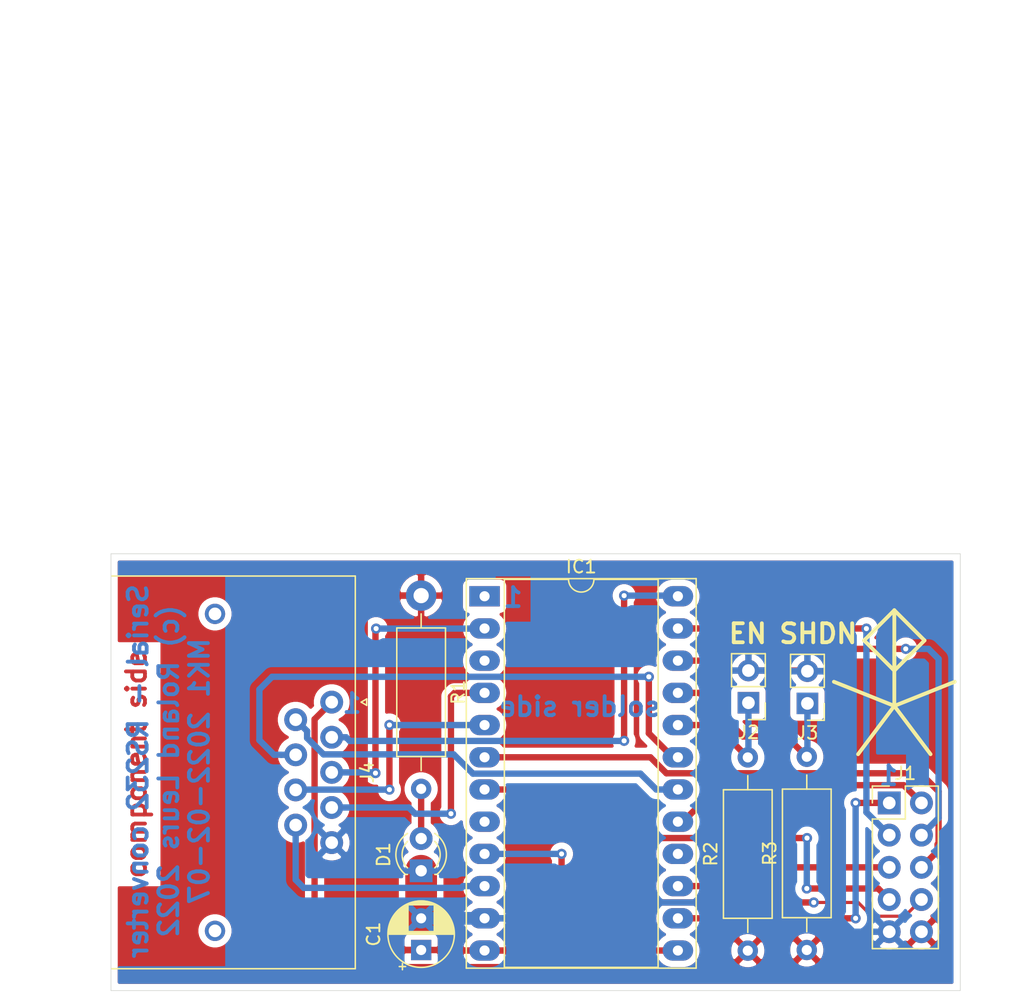
<source format=kicad_pcb>
(kicad_pcb (version 20171130) (host pcbnew "(5.1.2-1)-1")

  (general
    (thickness 1.6)
    (drawings 14)
    (tracks 153)
    (zones 0)
    (modules 10)
    (nets 22)
  )

  (page A4)
  (layers
    (0 F.Cu signal)
    (31 B.Cu signal)
    (32 B.Adhes user)
    (33 F.Adhes user)
    (34 B.Paste user)
    (35 F.Paste user)
    (36 B.SilkS user)
    (37 F.SilkS user)
    (38 B.Mask user)
    (39 F.Mask user)
    (40 Dwgs.User user)
    (41 Cmts.User user)
    (42 Eco1.User user)
    (43 Eco2.User user)
    (44 Edge.Cuts user)
    (45 Margin user)
    (46 B.CrtYd user)
    (47 F.CrtYd user)
    (48 B.Fab user)
    (49 F.Fab user)
  )

  (setup
    (last_trace_width 0.25)
    (user_trace_width 0.5)
    (trace_clearance 0.2)
    (zone_clearance 0.508)
    (zone_45_only no)
    (trace_min 0.2)
    (via_size 0.8)
    (via_drill 0.4)
    (via_min_size 0.4)
    (via_min_drill 0.3)
    (uvia_size 0.3)
    (uvia_drill 0.1)
    (uvias_allowed no)
    (uvia_min_size 0.2)
    (uvia_min_drill 0.1)
    (edge_width 0.05)
    (segment_width 0.2)
    (pcb_text_width 0.3)
    (pcb_text_size 1.5 1.5)
    (mod_edge_width 0.12)
    (mod_text_size 1 1)
    (mod_text_width 0.15)
    (pad_size 1.8 1.8)
    (pad_drill 1)
    (pad_to_mask_clearance 0.051)
    (solder_mask_min_width 0.25)
    (aux_axis_origin 0 0)
    (visible_elements FFFFFF7F)
    (pcbplotparams
      (layerselection 0x010fc_ffffffff)
      (usegerberextensions false)
      (usegerberattributes false)
      (usegerberadvancedattributes false)
      (creategerberjobfile false)
      (excludeedgelayer true)
      (linewidth 0.100000)
      (plotframeref false)
      (viasonmask false)
      (mode 1)
      (useauxorigin false)
      (hpglpennumber 1)
      (hpglpenspeed 20)
      (hpglpendiameter 15.000000)
      (psnegative false)
      (psa4output false)
      (plotreference true)
      (plotvalue true)
      (plotinvisibletext false)
      (padsonsilk false)
      (subtractmaskfromsilk false)
      (outputformat 1)
      (mirror false)
      (drillshape 0)
      (scaleselection 1)
      (outputdirectory "Production/"))
  )

  (net 0 "")
  (net 1 GNDD)
  (net 2 VCC)
  (net 3 "Net-(D1-Pad2)")
  (net 4 /RX)
  (net 5 /RX_A)
  (net 6 /RTS_A)
  (net 7 /RI)
  (net 8 "Net-(IC1-Pad21)")
  (net 9 /RI_A)
  (net 10 "Net-(IC1-Pad20)")
  (net 11 /RTS)
  (net 12 /DTR_A)
  (net 13 /DSR)
  (net 14 /CTS_A)
  (net 15 /DSR_A)
  (net 16 /CTS)
  (net 17 /DTR)
  (net 18 /TX_A)
  (net 19 /CD_A)
  (net 20 /TX)
  (net 21 /DCD)

  (net_class Default "This is the default net class."
    (clearance 0.2)
    (trace_width 0.25)
    (via_dia 0.8)
    (via_drill 0.4)
    (uvia_dia 0.3)
    (uvia_drill 0.1)
    (add_net /CD_A)
    (add_net /CTS)
    (add_net /CTS_A)
    (add_net /DCD)
    (add_net /DSR)
    (add_net /DSR_A)
    (add_net /DTR)
    (add_net /DTR_A)
    (add_net /RI)
    (add_net /RI_A)
    (add_net /RTS)
    (add_net /RTS_A)
    (add_net /RX)
    (add_net /RX_A)
    (add_net /TX)
    (add_net /TX_A)
    (add_net GNDD)
    (add_net "Net-(D1-Pad2)")
    (add_net "Net-(IC1-Pad1)")
    (add_net "Net-(IC1-Pad16)")
    (add_net "Net-(IC1-Pad20)")
    (add_net "Net-(IC1-Pad21)")
    (add_net "Net-(IC1-Pad3)")
    (add_net "Net-(IC1-Pad8)")
    (add_net VCC)
  )

  (module Resistor_THT:R_Axial_DIN0411_L9.9mm_D3.6mm_P15.24mm_Horizontal (layer F.Cu) (tedit 5AE5139B) (tstamp 62002006)
    (at 121.3 78.5 90)
    (descr "Resistor, Axial_DIN0411 series, Axial, Horizontal, pin pitch=15.24mm, 1W, length*diameter=9.9*3.6mm^2")
    (tags "Resistor Axial_DIN0411 series Axial Horizontal pin pitch 15.24mm 1W length 9.9mm diameter 3.6mm")
    (path /62008000)
    (fp_text reference R3 (at 7.62 -2.92 90) (layer F.SilkS)
      (effects (font (size 1 1) (thickness 0.15)))
    )
    (fp_text value 4k7 (at 7.62 2.92 90) (layer F.Fab)
      (effects (font (size 1 1) (thickness 0.15)))
    )
    (fp_text user %R (at 7.62 0 90) (layer F.Fab)
      (effects (font (size 1 1) (thickness 0.15)))
    )
    (fp_line (start 16.69 -2.05) (end -1.45 -2.05) (layer F.CrtYd) (width 0.05))
    (fp_line (start 16.69 2.05) (end 16.69 -2.05) (layer F.CrtYd) (width 0.05))
    (fp_line (start -1.45 2.05) (end 16.69 2.05) (layer F.CrtYd) (width 0.05))
    (fp_line (start -1.45 -2.05) (end -1.45 2.05) (layer F.CrtYd) (width 0.05))
    (fp_line (start 13.8 0) (end 12.69 0) (layer F.SilkS) (width 0.12))
    (fp_line (start 1.44 0) (end 2.55 0) (layer F.SilkS) (width 0.12))
    (fp_line (start 12.69 -1.92) (end 2.55 -1.92) (layer F.SilkS) (width 0.12))
    (fp_line (start 12.69 1.92) (end 12.69 -1.92) (layer F.SilkS) (width 0.12))
    (fp_line (start 2.55 1.92) (end 12.69 1.92) (layer F.SilkS) (width 0.12))
    (fp_line (start 2.55 -1.92) (end 2.55 1.92) (layer F.SilkS) (width 0.12))
    (fp_line (start 15.24 0) (end 12.57 0) (layer F.Fab) (width 0.1))
    (fp_line (start 0 0) (end 2.67 0) (layer F.Fab) (width 0.1))
    (fp_line (start 12.57 -1.8) (end 2.67 -1.8) (layer F.Fab) (width 0.1))
    (fp_line (start 12.57 1.8) (end 12.57 -1.8) (layer F.Fab) (width 0.1))
    (fp_line (start 2.67 1.8) (end 12.57 1.8) (layer F.Fab) (width 0.1))
    (fp_line (start 2.67 -1.8) (end 2.67 1.8) (layer F.Fab) (width 0.1))
    (pad 2 thru_hole circle (at 15.24 0 90) (size 1.6 1.6) (drill 0.8) (layers *.Cu *.Mask)
      (net 8 "Net-(IC1-Pad21)"))
    (pad 1 thru_hole circle (at 0 0 90) (size 1.6 1.6) (drill 0.8) (layers *.Cu *.Mask)
      (net 2 VCC))
    (model ${KISYS3DMOD}/Resistor_THT.3dshapes/R_Axial_DIN0411_L9.9mm_D3.6mm_P15.24mm_Horizontal.wrl
      (at (xyz 0 0 0))
      (scale (xyz 1 1 1))
      (rotate (xyz 0 0 0))
    )
  )

  (module Resistor_THT:R_Axial_DIN0411_L9.9mm_D3.6mm_P15.24mm_Horizontal (layer F.Cu) (tedit 5AE5139B) (tstamp 62001FEF)
    (at 116.65 78.55 90)
    (descr "Resistor, Axial_DIN0411 series, Axial, Horizontal, pin pitch=15.24mm, 1W, length*diameter=9.9*3.6mm^2")
    (tags "Resistor Axial_DIN0411 series Axial Horizontal pin pitch 15.24mm 1W length 9.9mm diameter 3.6mm")
    (path /620060D7)
    (fp_text reference R2 (at 7.62 -2.92 90) (layer F.SilkS)
      (effects (font (size 1 1) (thickness 0.15)))
    )
    (fp_text value 4k7 (at 7.62 2.92 90) (layer F.Fab)
      (effects (font (size 1 1) (thickness 0.15)))
    )
    (fp_text user %R (at 7.62 0 90) (layer F.Fab)
      (effects (font (size 1 1) (thickness 0.15)))
    )
    (fp_line (start 16.69 -2.05) (end -1.45 -2.05) (layer F.CrtYd) (width 0.05))
    (fp_line (start 16.69 2.05) (end 16.69 -2.05) (layer F.CrtYd) (width 0.05))
    (fp_line (start -1.45 2.05) (end 16.69 2.05) (layer F.CrtYd) (width 0.05))
    (fp_line (start -1.45 -2.05) (end -1.45 2.05) (layer F.CrtYd) (width 0.05))
    (fp_line (start 13.8 0) (end 12.69 0) (layer F.SilkS) (width 0.12))
    (fp_line (start 1.44 0) (end 2.55 0) (layer F.SilkS) (width 0.12))
    (fp_line (start 12.69 -1.92) (end 2.55 -1.92) (layer F.SilkS) (width 0.12))
    (fp_line (start 12.69 1.92) (end 12.69 -1.92) (layer F.SilkS) (width 0.12))
    (fp_line (start 2.55 1.92) (end 12.69 1.92) (layer F.SilkS) (width 0.12))
    (fp_line (start 2.55 -1.92) (end 2.55 1.92) (layer F.SilkS) (width 0.12))
    (fp_line (start 15.24 0) (end 12.57 0) (layer F.Fab) (width 0.1))
    (fp_line (start 0 0) (end 2.67 0) (layer F.Fab) (width 0.1))
    (fp_line (start 12.57 -1.8) (end 2.67 -1.8) (layer F.Fab) (width 0.1))
    (fp_line (start 12.57 1.8) (end 12.57 -1.8) (layer F.Fab) (width 0.1))
    (fp_line (start 2.67 1.8) (end 12.57 1.8) (layer F.Fab) (width 0.1))
    (fp_line (start 2.67 -1.8) (end 2.67 1.8) (layer F.Fab) (width 0.1))
    (pad 2 thru_hole circle (at 15.24 0 90) (size 1.6 1.6) (drill 0.8) (layers *.Cu *.Mask)
      (net 10 "Net-(IC1-Pad20)"))
    (pad 1 thru_hole circle (at 0 0 90) (size 1.6 1.6) (drill 0.8) (layers *.Cu *.Mask)
      (net 2 VCC))
    (model ${KISYS3DMOD}/Resistor_THT.3dshapes/R_Axial_DIN0411_L9.9mm_D3.6mm_P15.24mm_Horizontal.wrl
      (at (xyz 0 0 0))
      (scale (xyz 1 1 1))
      (rotate (xyz 0 0 0))
    )
  )

  (module Resistor_THT:R_Axial_DIN0411_L9.9mm_D3.6mm_P15.24mm_Horizontal (layer F.Cu) (tedit 61FFEA45) (tstamp 62001FD8)
    (at 90.9 50.55 270)
    (descr "Resistor, Axial_DIN0411 series, Axial, Horizontal, pin pitch=15.24mm, 1W, length*diameter=9.9*3.6mm^2")
    (tags "Resistor Axial_DIN0411 series Axial Horizontal pin pitch 15.24mm 1W length 9.9mm diameter 3.6mm")
    (path /62005A1F)
    (fp_text reference R1 (at 7.62 -2.92 90) (layer F.SilkS)
      (effects (font (size 1 1) (thickness 0.15)))
    )
    (fp_text value 4k7 (at 7.62 2.92 90) (layer F.Fab)
      (effects (font (size 1 1) (thickness 0.15)))
    )
    (fp_text user %R (at 7.62 0 90) (layer F.Fab)
      (effects (font (size 1 1) (thickness 0.15)))
    )
    (fp_line (start 16.69 -2.05) (end -1.45 -2.05) (layer F.CrtYd) (width 0.05))
    (fp_line (start 16.69 2.05) (end 16.69 -2.05) (layer F.CrtYd) (width 0.05))
    (fp_line (start -1.45 2.05) (end 16.69 2.05) (layer F.CrtYd) (width 0.05))
    (fp_line (start -1.45 -2.05) (end -1.45 2.05) (layer F.CrtYd) (width 0.05))
    (fp_line (start 13.8 0) (end 12.69 0) (layer F.SilkS) (width 0.12))
    (fp_line (start 1.44 0) (end 2.55 0) (layer F.SilkS) (width 0.12))
    (fp_line (start 12.69 -1.92) (end 2.55 -1.92) (layer F.SilkS) (width 0.12))
    (fp_line (start 12.69 1.92) (end 12.69 -1.92) (layer F.SilkS) (width 0.12))
    (fp_line (start 2.55 1.92) (end 12.69 1.92) (layer F.SilkS) (width 0.12))
    (fp_line (start 2.55 -1.92) (end 2.55 1.92) (layer F.SilkS) (width 0.12))
    (fp_line (start 15.24 0) (end 12.57 0) (layer F.Fab) (width 0.1))
    (fp_line (start 0 0) (end 2.67 0) (layer F.Fab) (width 0.1))
    (fp_line (start 12.57 -1.8) (end 2.67 -1.8) (layer F.Fab) (width 0.1))
    (fp_line (start 12.57 1.8) (end 12.57 -1.8) (layer F.Fab) (width 0.1))
    (fp_line (start 2.67 1.8) (end 12.57 1.8) (layer F.Fab) (width 0.1))
    (fp_line (start 2.67 -1.8) (end 2.67 1.8) (layer F.Fab) (width 0.1))
    (pad 2 thru_hole circle (at 15.24 0 270) (size 1.6 1.6) (drill 0.8) (layers *.Cu *.Mask)
      (net 3 "Net-(D1-Pad2)"))
    (pad 1 thru_hole oval (at 0 0 270) (size 2.4 2.4) (drill 1.2) (layers *.Cu *.Mask)
      (net 2 VCC))
    (model ${KISYS3DMOD}/Resistor_THT.3dshapes/R_Axial_DIN0411_L9.9mm_D3.6mm_P15.24mm_Horizontal.wrl
      (at (xyz 0 0 0))
      (scale (xyz 1 1 1))
      (rotate (xyz 0 0 0))
    )
  )

  (module Package_DIP:DIP-24_W15.24mm_Socket_LongPads (layer F.Cu) (tedit 5A02E8C5) (tstamp 62001F41)
    (at 95.9 50.6)
    (descr "24-lead though-hole mounted DIP package, row spacing 15.24 mm (600 mils), Socket, LongPads")
    (tags "THT DIP DIL PDIP 2.54mm 15.24mm 600mil Socket LongPads")
    (path /61FFC0E0)
    (fp_text reference IC1 (at 7.62 -2.33) (layer F.SilkS)
      (effects (font (size 1 1) (thickness 0.15)))
    )
    (fp_text value MAX235 (at 7.62 30.27) (layer F.Fab)
      (effects (font (size 1 1) (thickness 0.15)))
    )
    (fp_text user %R (at 7.62 13.97) (layer F.Fab)
      (effects (font (size 1 1) (thickness 0.15)))
    )
    (fp_line (start 16.8 -1.6) (end -1.55 -1.6) (layer F.CrtYd) (width 0.05))
    (fp_line (start 16.8 29.55) (end 16.8 -1.6) (layer F.CrtYd) (width 0.05))
    (fp_line (start -1.55 29.55) (end 16.8 29.55) (layer F.CrtYd) (width 0.05))
    (fp_line (start -1.55 -1.6) (end -1.55 29.55) (layer F.CrtYd) (width 0.05))
    (fp_line (start 16.68 -1.39) (end -1.44 -1.39) (layer F.SilkS) (width 0.12))
    (fp_line (start 16.68 29.33) (end 16.68 -1.39) (layer F.SilkS) (width 0.12))
    (fp_line (start -1.44 29.33) (end 16.68 29.33) (layer F.SilkS) (width 0.12))
    (fp_line (start -1.44 -1.39) (end -1.44 29.33) (layer F.SilkS) (width 0.12))
    (fp_line (start 13.68 -1.33) (end 8.62 -1.33) (layer F.SilkS) (width 0.12))
    (fp_line (start 13.68 29.27) (end 13.68 -1.33) (layer F.SilkS) (width 0.12))
    (fp_line (start 1.56 29.27) (end 13.68 29.27) (layer F.SilkS) (width 0.12))
    (fp_line (start 1.56 -1.33) (end 1.56 29.27) (layer F.SilkS) (width 0.12))
    (fp_line (start 6.62 -1.33) (end 1.56 -1.33) (layer F.SilkS) (width 0.12))
    (fp_line (start 16.51 -1.33) (end -1.27 -1.33) (layer F.Fab) (width 0.1))
    (fp_line (start 16.51 29.27) (end 16.51 -1.33) (layer F.Fab) (width 0.1))
    (fp_line (start -1.27 29.27) (end 16.51 29.27) (layer F.Fab) (width 0.1))
    (fp_line (start -1.27 -1.33) (end -1.27 29.27) (layer F.Fab) (width 0.1))
    (fp_line (start 0.255 -0.27) (end 1.255 -1.27) (layer F.Fab) (width 0.1))
    (fp_line (start 0.255 29.21) (end 0.255 -0.27) (layer F.Fab) (width 0.1))
    (fp_line (start 14.985 29.21) (end 0.255 29.21) (layer F.Fab) (width 0.1))
    (fp_line (start 14.985 -1.27) (end 14.985 29.21) (layer F.Fab) (width 0.1))
    (fp_line (start 1.255 -1.27) (end 14.985 -1.27) (layer F.Fab) (width 0.1))
    (fp_arc (start 7.62 -1.33) (end 6.62 -1.33) (angle -180) (layer F.SilkS) (width 0.12))
    (pad 24 thru_hole oval (at 15.24 0) (size 2.4 1.6) (drill 0.8) (layers *.Cu *.Mask)
      (net 4 /RX))
    (pad 12 thru_hole oval (at 0 27.94) (size 2.4 1.6) (drill 0.8) (layers *.Cu *.Mask)
      (net 2 VCC))
    (pad 23 thru_hole oval (at 15.24 2.54) (size 2.4 1.6) (drill 0.8) (layers *.Cu *.Mask)
      (net 5 /RX_A))
    (pad 11 thru_hole oval (at 0 25.4) (size 2.4 1.6) (drill 0.8) (layers *.Cu *.Mask)
      (net 1 GNDD))
    (pad 22 thru_hole oval (at 15.24 5.08) (size 2.4 1.6) (drill 0.8) (layers *.Cu *.Mask)
      (net 6 /RTS_A))
    (pad 10 thru_hole oval (at 0 22.86) (size 2.4 1.6) (drill 0.8) (layers *.Cu *.Mask)
      (net 7 /RI))
    (pad 21 thru_hole oval (at 15.24 7.62) (size 2.4 1.6) (drill 0.8) (layers *.Cu *.Mask)
      (net 8 "Net-(IC1-Pad21)"))
    (pad 9 thru_hole oval (at 0 20.32) (size 2.4 1.6) (drill 0.8) (layers *.Cu *.Mask)
      (net 9 /RI_A))
    (pad 20 thru_hole oval (at 15.24 10.16) (size 2.4 1.6) (drill 0.8) (layers *.Cu *.Mask)
      (net 10 "Net-(IC1-Pad20)"))
    (pad 8 thru_hole oval (at 0 17.78) (size 2.4 1.6) (drill 0.8) (layers *.Cu *.Mask))
    (pad 19 thru_hole oval (at 15.24 12.7) (size 2.4 1.6) (drill 0.8) (layers *.Cu *.Mask)
      (net 11 /RTS))
    (pad 7 thru_hole oval (at 0 15.24) (size 2.4 1.6) (drill 0.8) (layers *.Cu *.Mask)
      (net 12 /DTR_A))
    (pad 18 thru_hole oval (at 15.24 15.24) (size 2.4 1.6) (drill 0.8) (layers *.Cu *.Mask)
      (net 13 /DSR))
    (pad 6 thru_hole oval (at 0 12.7) (size 2.4 1.6) (drill 0.8) (layers *.Cu *.Mask)
      (net 14 /CTS_A))
    (pad 17 thru_hole oval (at 15.24 17.78) (size 2.4 1.6) (drill 0.8) (layers *.Cu *.Mask)
      (net 15 /DSR_A))
    (pad 5 thru_hole oval (at 0 10.16) (size 2.4 1.6) (drill 0.8) (layers *.Cu *.Mask)
      (net 16 /CTS))
    (pad 16 thru_hole oval (at 15.24 20.32) (size 2.4 1.6) (drill 0.8) (layers *.Cu *.Mask))
    (pad 4 thru_hole oval (at 0 7.62) (size 2.4 1.6) (drill 0.8) (layers *.Cu *.Mask)
      (net 17 /DTR))
    (pad 15 thru_hole oval (at 15.24 22.86) (size 2.4 1.6) (drill 0.8) (layers *.Cu *.Mask)
      (net 18 /TX_A))
    (pad 3 thru_hole oval (at 0 5.08) (size 2.4 1.6) (drill 0.8) (layers *.Cu *.Mask))
    (pad 14 thru_hole oval (at 15.24 25.4) (size 2.4 1.6) (drill 0.8) (layers *.Cu *.Mask)
      (net 19 /CD_A))
    (pad 2 thru_hole oval (at 0 2.54) (size 2.4 1.6) (drill 0.8) (layers *.Cu *.Mask)
      (net 20 /TX))
    (pad 13 thru_hole oval (at 15.24 27.94) (size 2.4 1.6) (drill 0.8) (layers *.Cu *.Mask)
      (net 21 /DCD))
    (pad 1 thru_hole rect (at 0 0) (size 2.4 1.6) (drill 0.8) (layers *.Cu *.Mask))
    (model ${KISYS3DMOD}/Package_DIP.3dshapes/DIP-24_W15.24mm_Socket.wrl
      (at (xyz 0 0 0))
      (scale (xyz 1 1 1))
      (rotate (xyz 0 0 0))
    )
  )

  (module Connector_Dsub:DSUB-9_Male_Horizontal_P2.77x2.84mm_EdgePinOffset14.56mm_Housed_MountingHolesOffset8.20mm (layer F.Cu) (tedit 61FFEB03) (tstamp 62001FC1)
    (at 83.85 58.95 270)
    (descr "9-pin D-Sub connector, horizontal/angled (90 deg), THT-mount, male, pitch 2.77x2.84mm, pin-PCB-offset 14.56mm, distance of mounting holes 25mm, distance of mounting holes to PCB edge 8.2mm, see https://disti-assets.s3.amazonaws.com/tonar/files/datasheets/16730.pdf")
    (tags "9-pin D-Sub connector horizontal angled 90deg THT male pitch 2.77x2.84mm pin-PCB-offset 14.56mm mounting-holes-distance 25mm mounting-hole-offset 25mm")
    (path /62003670)
    (fp_text reference J4 (at 5.54 -2.8 90) (layer F.SilkS)
      (effects (font (size 1 1) (thickness 0.15)))
    )
    (fp_text value RS232 (at 5.54 25.3 90) (layer F.Fab)
      (effects (font (size 1 1) (thickness 0.15)))
    )
    (fp_text user %R (at 5.54 20.8 90) (layer F.Fab)
      (effects (font (size 1 1) (thickness 0.15)))
    )
    (fp_line (start 21.5 -2.3) (end -10.4 -2.3) (layer F.CrtYd) (width 0.05))
    (fp_line (start 21.5 24.3) (end 21.5 -2.3) (layer F.CrtYd) (width 0.05))
    (fp_line (start -10.4 24.3) (end 21.5 24.3) (layer F.CrtYd) (width 0.05))
    (fp_line (start -10.4 -2.3) (end -10.4 24.3) (layer F.CrtYd) (width 0.05))
    (fp_line (start 0 -2.321325) (end -0.25 -2.754338) (layer F.SilkS) (width 0.12))
    (fp_line (start 0.25 -2.754338) (end 0 -2.321325) (layer F.SilkS) (width 0.12))
    (fp_line (start -0.25 -2.754338) (end 0.25 -2.754338) (layer F.SilkS) (width 0.12))
    (fp_line (start 21.025 -1.86) (end 21.025 17.34) (layer F.SilkS) (width 0.12))
    (fp_line (start -9.945 -1.86) (end 21.025 -1.86) (layer F.SilkS) (width 0.12))
    (fp_line (start -9.945 17.34) (end -9.945 -1.86) (layer F.SilkS) (width 0.12))
    (fp_line (start 19.64 17.4) (end 19.64 9.2) (layer F.Fab) (width 0.1))
    (fp_line (start 16.44 17.4) (end 16.44 9.2) (layer F.Fab) (width 0.1))
    (fp_line (start -5.36 17.4) (end -5.36 9.2) (layer F.Fab) (width 0.1))
    (fp_line (start -8.56 17.4) (end -8.56 9.2) (layer F.Fab) (width 0.1))
    (fp_line (start 20.54 17.8) (end 15.54 17.8) (layer F.Fab) (width 0.1))
    (fp_line (start 20.54 22.8) (end 20.54 17.8) (layer F.Fab) (width 0.1))
    (fp_line (start 15.54 22.8) (end 20.54 22.8) (layer F.Fab) (width 0.1))
    (fp_line (start 15.54 17.8) (end 15.54 22.8) (layer F.Fab) (width 0.1))
    (fp_line (start -4.46 17.8) (end -9.46 17.8) (layer F.Fab) (width 0.1))
    (fp_line (start -4.46 22.8) (end -4.46 17.8) (layer F.Fab) (width 0.1))
    (fp_line (start -9.46 22.8) (end -4.46 22.8) (layer F.Fab) (width 0.1))
    (fp_line (start -9.46 17.8) (end -9.46 22.8) (layer F.Fab) (width 0.1))
    (fp_line (start 13.69 17.8) (end -2.61 17.8) (layer F.Fab) (width 0.1))
    (fp_line (start 13.69 23.8) (end 13.69 17.8) (layer F.Fab) (width 0.1))
    (fp_line (start -2.61 23.8) (end 13.69 23.8) (layer F.Fab) (width 0.1))
    (fp_line (start -2.61 17.8) (end -2.61 23.8) (layer F.Fab) (width 0.1))
    (fp_line (start 20.965 17.4) (end -9.885 17.4) (layer F.Fab) (width 0.1))
    (fp_line (start 20.965 17.8) (end 20.965 17.4) (layer F.Fab) (width 0.1))
    (fp_line (start -9.885 17.8) (end 20.965 17.8) (layer F.Fab) (width 0.1))
    (fp_line (start -9.885 17.4) (end -9.885 17.8) (layer F.Fab) (width 0.1))
    (fp_line (start 20.965 -1.8) (end -9.885 -1.8) (layer F.Fab) (width 0.1))
    (fp_line (start 20.965 17.4) (end 20.965 -1.8) (layer F.Fab) (width 0.1))
    (fp_line (start -9.885 17.4) (end 20.965 17.4) (layer F.Fab) (width 0.1))
    (fp_line (start -9.885 -1.8) (end -9.885 17.4) (layer F.Fab) (width 0.1))
    (fp_arc (start 18.04 9.2) (end 16.44 9.2) (angle 180) (layer F.Fab) (width 0.1))
    (fp_arc (start -6.96 9.2) (end -8.56 9.2) (angle 180) (layer F.Fab) (width 0.1))
    (pad 0 thru_hole circle (at 18.04 9.2 270) (size 1.6 1.6) (drill 1) (layers *.Cu *.Mask))
    (pad 0 thru_hole circle (at -6.96 9.2 270) (size 1.6 1.6) (drill 1) (layers *.Cu *.Mask))
    (pad 9 thru_hole circle (at 9.695 2.84 270) (size 1.8 1.8) (drill 1) (layers *.Cu *.Mask)
      (net 7 /RI))
    (pad 8 thru_hole circle (at 6.925 2.84 270) (size 1.8 1.8) (drill 1) (layers *.Cu *.Mask)
      (net 16 /CTS))
    (pad 7 thru_hole circle (at 4.155 2.84 270) (size 1.8 1.8) (drill 1) (layers *.Cu *.Mask)
      (net 11 /RTS))
    (pad 6 thru_hole circle (at 1.385 2.84 270) (size 1.8 1.8) (drill 1) (layers *.Cu *.Mask)
      (net 13 /DSR))
    (pad 5 thru_hole circle (at 11.08 0 270) (size 1.8 1.8) (drill 1) (layers *.Cu *.Mask)
      (net 1 GNDD))
    (pad 4 thru_hole circle (at 8.31 0 270) (size 1.8 1.8) (drill 1) (layers *.Cu *.Mask)
      (net 17 /DTR))
    (pad 3 thru_hole circle (at 5.54 0 270) (size 1.8 1.8) (drill 1) (layers *.Cu *.Mask)
      (net 20 /TX))
    (pad 2 thru_hole circle (at 2.77 0 270) (size 1.8 1.8) (drill 1) (layers *.Cu *.Mask)
      (net 4 /RX))
    (pad 1 thru_hole circle (at 0 0 270) (size 1.8 1.8) (drill 1) (layers *.Cu *.Mask)
      (net 21 /DCD))
    (model ${KISYS3DMOD}/Connector_Dsub.3dshapes/DSUB-9_Male_Horizontal_P2.77x2.84mm_EdgePinOffset14.56mm_Housed_MountingHolesOffset8.20mm.wrl
      (at (xyz 0 0 0))
      (scale (xyz 1 1 1))
      (rotate (xyz 0 0 0))
    )
  )

  (module Connector_PinHeader_2.54mm:PinHeader_1x02_P2.54mm_Vertical (layer F.Cu) (tedit 59FED5CC) (tstamp 62001F8D)
    (at 121.35 59.05 180)
    (descr "Through hole straight pin header, 1x02, 2.54mm pitch, single row")
    (tags "Through hole pin header THT 1x02 2.54mm single row")
    (path /62006ACA)
    (fp_text reference J3 (at 0 -2.33) (layer F.SilkS)
      (effects (font (size 1 1) (thickness 0.15)))
    )
    (fp_text value SHDN (at 0 4.87) (layer F.Fab)
      (effects (font (size 1 1) (thickness 0.15)))
    )
    (fp_text user %R (at 0 1.27 90) (layer F.Fab)
      (effects (font (size 1 1) (thickness 0.15)))
    )
    (fp_line (start 1.8 -1.8) (end -1.8 -1.8) (layer F.CrtYd) (width 0.05))
    (fp_line (start 1.8 4.35) (end 1.8 -1.8) (layer F.CrtYd) (width 0.05))
    (fp_line (start -1.8 4.35) (end 1.8 4.35) (layer F.CrtYd) (width 0.05))
    (fp_line (start -1.8 -1.8) (end -1.8 4.35) (layer F.CrtYd) (width 0.05))
    (fp_line (start -1.33 -1.33) (end 0 -1.33) (layer F.SilkS) (width 0.12))
    (fp_line (start -1.33 0) (end -1.33 -1.33) (layer F.SilkS) (width 0.12))
    (fp_line (start -1.33 1.27) (end 1.33 1.27) (layer F.SilkS) (width 0.12))
    (fp_line (start 1.33 1.27) (end 1.33 3.87) (layer F.SilkS) (width 0.12))
    (fp_line (start -1.33 1.27) (end -1.33 3.87) (layer F.SilkS) (width 0.12))
    (fp_line (start -1.33 3.87) (end 1.33 3.87) (layer F.SilkS) (width 0.12))
    (fp_line (start -1.27 -0.635) (end -0.635 -1.27) (layer F.Fab) (width 0.1))
    (fp_line (start -1.27 3.81) (end -1.27 -0.635) (layer F.Fab) (width 0.1))
    (fp_line (start 1.27 3.81) (end -1.27 3.81) (layer F.Fab) (width 0.1))
    (fp_line (start 1.27 -1.27) (end 1.27 3.81) (layer F.Fab) (width 0.1))
    (fp_line (start -0.635 -1.27) (end 1.27 -1.27) (layer F.Fab) (width 0.1))
    (pad 2 thru_hole oval (at 0 2.54 180) (size 1.7 1.7) (drill 1) (layers *.Cu *.Mask)
      (net 1 GNDD))
    (pad 1 thru_hole rect (at 0 0 180) (size 1.7 1.7) (drill 1) (layers *.Cu *.Mask)
      (net 8 "Net-(IC1-Pad21)"))
    (model ${KISYS3DMOD}/Connector_PinHeader_2.54mm.3dshapes/PinHeader_1x02_P2.54mm_Vertical.wrl
      (at (xyz 0 0 0))
      (scale (xyz 1 1 1))
      (rotate (xyz 0 0 0))
    )
  )

  (module Connector_PinHeader_2.54mm:PinHeader_1x02_P2.54mm_Vertical (layer F.Cu) (tedit 59FED5CC) (tstamp 62001F77)
    (at 116.7 59 180)
    (descr "Through hole straight pin header, 1x02, 2.54mm pitch, single row")
    (tags "Through hole pin header THT 1x02 2.54mm single row")
    (path /620077F8)
    (fp_text reference J2 (at 0 -2.33) (layer F.SilkS)
      (effects (font (size 1 1) (thickness 0.15)))
    )
    (fp_text value ENABLE (at 0 4.87) (layer F.Fab)
      (effects (font (size 1 1) (thickness 0.15)))
    )
    (fp_text user %R (at 0 1.27 90) (layer F.Fab)
      (effects (font (size 1 1) (thickness 0.15)))
    )
    (fp_line (start 1.8 -1.8) (end -1.8 -1.8) (layer F.CrtYd) (width 0.05))
    (fp_line (start 1.8 4.35) (end 1.8 -1.8) (layer F.CrtYd) (width 0.05))
    (fp_line (start -1.8 4.35) (end 1.8 4.35) (layer F.CrtYd) (width 0.05))
    (fp_line (start -1.8 -1.8) (end -1.8 4.35) (layer F.CrtYd) (width 0.05))
    (fp_line (start -1.33 -1.33) (end 0 -1.33) (layer F.SilkS) (width 0.12))
    (fp_line (start -1.33 0) (end -1.33 -1.33) (layer F.SilkS) (width 0.12))
    (fp_line (start -1.33 1.27) (end 1.33 1.27) (layer F.SilkS) (width 0.12))
    (fp_line (start 1.33 1.27) (end 1.33 3.87) (layer F.SilkS) (width 0.12))
    (fp_line (start -1.33 1.27) (end -1.33 3.87) (layer F.SilkS) (width 0.12))
    (fp_line (start -1.33 3.87) (end 1.33 3.87) (layer F.SilkS) (width 0.12))
    (fp_line (start -1.27 -0.635) (end -0.635 -1.27) (layer F.Fab) (width 0.1))
    (fp_line (start -1.27 3.81) (end -1.27 -0.635) (layer F.Fab) (width 0.1))
    (fp_line (start 1.27 3.81) (end -1.27 3.81) (layer F.Fab) (width 0.1))
    (fp_line (start 1.27 -1.27) (end 1.27 3.81) (layer F.Fab) (width 0.1))
    (fp_line (start -0.635 -1.27) (end 1.27 -1.27) (layer F.Fab) (width 0.1))
    (pad 2 thru_hole oval (at 0 2.54 180) (size 1.7 1.7) (drill 1) (layers *.Cu *.Mask)
      (net 1 GNDD))
    (pad 1 thru_hole rect (at 0 0 180) (size 1.7 1.7) (drill 1) (layers *.Cu *.Mask)
      (net 10 "Net-(IC1-Pad20)"))
    (model ${KISYS3DMOD}/Connector_PinHeader_2.54mm.3dshapes/PinHeader_1x02_P2.54mm_Vertical.wrl
      (at (xyz 0 0 0))
      (scale (xyz 1 1 1))
      (rotate (xyz 0 0 0))
    )
  )

  (module Connector_PinHeader_2.54mm:PinHeader_2x05_P2.54mm_Vertical (layer F.Cu) (tedit 61FFEC24) (tstamp 62001F61)
    (at 127.8 66.9)
    (descr "Through hole straight pin header, 2x05, 2.54mm pitch, double rows")
    (tags "Through hole pin header THT 2x05 2.54mm double row")
    (path /61FFF106)
    (fp_text reference J1 (at 1.27 -2.33) (layer F.SilkS)
      (effects (font (size 1 1) (thickness 0.15)))
    )
    (fp_text value "Connector to WiFi board" (at 1.27 12.49) (layer F.Fab)
      (effects (font (size 1 1) (thickness 0.15)))
    )
    (fp_text user %R (at 1.27 5.08 90) (layer F.Fab)
      (effects (font (size 1 1) (thickness 0.15)))
    )
    (fp_line (start 4.35 -1.8) (end -1.8 -1.8) (layer F.CrtYd) (width 0.05))
    (fp_line (start 4.35 11.95) (end 4.35 -1.8) (layer F.CrtYd) (width 0.05))
    (fp_line (start -1.8 11.95) (end 4.35 11.95) (layer F.CrtYd) (width 0.05))
    (fp_line (start -1.8 -1.8) (end -1.8 11.95) (layer F.CrtYd) (width 0.05))
    (fp_line (start -1.33 -1.33) (end 0 -1.33) (layer F.SilkS) (width 0.12))
    (fp_line (start -1.33 0) (end -1.33 -1.33) (layer F.SilkS) (width 0.12))
    (fp_line (start 1.27 -1.33) (end 3.87 -1.33) (layer F.SilkS) (width 0.12))
    (fp_line (start 1.27 1.27) (end 1.27 -1.33) (layer F.SilkS) (width 0.12))
    (fp_line (start -1.33 1.27) (end 1.27 1.27) (layer F.SilkS) (width 0.12))
    (fp_line (start 3.87 -1.33) (end 3.87 11.49) (layer F.SilkS) (width 0.12))
    (fp_line (start -1.33 1.27) (end -1.33 11.49) (layer F.SilkS) (width 0.12))
    (fp_line (start -1.33 11.49) (end 3.87 11.49) (layer F.SilkS) (width 0.12))
    (fp_line (start -1.27 0) (end 0 -1.27) (layer F.Fab) (width 0.1))
    (fp_line (start -1.27 11.43) (end -1.27 0) (layer F.Fab) (width 0.1))
    (fp_line (start 3.81 11.43) (end -1.27 11.43) (layer F.Fab) (width 0.1))
    (fp_line (start 3.81 -1.27) (end 3.81 11.43) (layer F.Fab) (width 0.1))
    (fp_line (start 0 -1.27) (end 3.81 -1.27) (layer F.Fab) (width 0.1))
    (pad 10 thru_hole circle (at 2.54 10.16) (size 1.8 1.8) (drill 1) (layers *.Cu *.Mask)
      (net 2 VCC))
    (pad 9 thru_hole circle (at 0 10.16) (size 1.8 1.8) (drill 1) (layers *.Cu *.Mask)
      (net 1 GNDD))
    (pad 8 thru_hole circle (at 2.54 7.62) (size 1.8 1.8) (drill 1) (layers *.Cu *.Mask)
      (net 9 /RI_A))
    (pad 7 thru_hole circle (at 0 7.62) (size 1.8 1.8) (drill 1) (layers *.Cu *.Mask)
      (net 12 /DTR_A))
    (pad 6 thru_hole circle (at 2.54 5.08) (size 1.8 1.8) (drill 1) (layers *.Cu *.Mask)
      (net 14 /CTS_A))
    (pad 5 thru_hole circle (at 0 5.08) (size 1.8 1.8) (drill 1) (layers *.Cu *.Mask)
      (net 18 /TX_A))
    (pad 4 thru_hole circle (at 2.54 2.54) (size 1.8 1.8) (drill 1) (layers *.Cu *.Mask)
      (net 6 /RTS_A))
    (pad 3 thru_hole circle (at 0 2.54) (size 1.8 1.8) (drill 1) (layers *.Cu *.Mask)
      (net 5 /RX_A))
    (pad 2 thru_hole circle (at 2.54 0) (size 1.8 1.8) (drill 1) (layers *.Cu *.Mask)
      (net 15 /DSR_A))
    (pad 1 thru_hole rect (at 0 0) (size 1.8 1.8) (drill 1) (layers *.Cu *.Mask)
      (net 19 /CD_A))
    (model ${KISYS3DMOD}/Connector_PinHeader_2.54mm.3dshapes/PinHeader_2x05_P2.54mm_Vertical.wrl
      (at (xyz 0 0 0))
      (scale (xyz 1 1 1))
      (rotate (xyz 0 0 0))
    )
  )

  (module LED_THT:LED_D3.0mm (layer F.Cu) (tedit 587A3A7B) (tstamp 62001F15)
    (at 90.9 72.25 90)
    (descr "LED, diameter 3.0mm, 2 pins")
    (tags "LED diameter 3.0mm 2 pins")
    (path /62008451)
    (fp_text reference D1 (at 1.27 -2.96 90) (layer F.SilkS)
      (effects (font (size 1 1) (thickness 0.15)))
    )
    (fp_text value LED (at 1.27 2.96 90) (layer F.Fab)
      (effects (font (size 1 1) (thickness 0.15)))
    )
    (fp_line (start 3.7 -2.25) (end -1.15 -2.25) (layer F.CrtYd) (width 0.05))
    (fp_line (start 3.7 2.25) (end 3.7 -2.25) (layer F.CrtYd) (width 0.05))
    (fp_line (start -1.15 2.25) (end 3.7 2.25) (layer F.CrtYd) (width 0.05))
    (fp_line (start -1.15 -2.25) (end -1.15 2.25) (layer F.CrtYd) (width 0.05))
    (fp_line (start -0.29 1.08) (end -0.29 1.236) (layer F.SilkS) (width 0.12))
    (fp_line (start -0.29 -1.236) (end -0.29 -1.08) (layer F.SilkS) (width 0.12))
    (fp_line (start -0.23 -1.16619) (end -0.23 1.16619) (layer F.Fab) (width 0.1))
    (fp_circle (center 1.27 0) (end 2.77 0) (layer F.Fab) (width 0.1))
    (fp_arc (start 1.27 0) (end 0.229039 1.08) (angle -87.9) (layer F.SilkS) (width 0.12))
    (fp_arc (start 1.27 0) (end 0.229039 -1.08) (angle 87.9) (layer F.SilkS) (width 0.12))
    (fp_arc (start 1.27 0) (end -0.29 1.235516) (angle -108.8) (layer F.SilkS) (width 0.12))
    (fp_arc (start 1.27 0) (end -0.29 -1.235516) (angle 108.8) (layer F.SilkS) (width 0.12))
    (fp_arc (start 1.27 0) (end -0.23 -1.16619) (angle 284.3) (layer F.Fab) (width 0.1))
    (pad 2 thru_hole circle (at 2.54 0 90) (size 1.8 1.8) (drill 0.9) (layers *.Cu *.Mask)
      (net 3 "Net-(D1-Pad2)"))
    (pad 1 thru_hole rect (at 0 0 90) (size 1.8 1.8) (drill 0.9) (layers *.Cu *.Mask)
      (net 1 GNDD))
    (model ${KISYS3DMOD}/LED_THT.3dshapes/LED_D3.0mm.wrl
      (at (xyz 0 0 0))
      (scale (xyz 1 1 1))
      (rotate (xyz 0 0 0))
    )
  )

  (module Capacitor_THT:CP_Radial_D5.0mm_P2.50mm (layer F.Cu) (tedit 5AE50EF0) (tstamp 62001F02)
    (at 90.9 78.5 90)
    (descr "CP, Radial series, Radial, pin pitch=2.50mm, , diameter=5mm, Electrolytic Capacitor")
    (tags "CP Radial series Radial pin pitch 2.50mm  diameter 5mm Electrolytic Capacitor")
    (path /62037DF7)
    (fp_text reference C1 (at 1.25 -3.75 90) (layer F.SilkS)
      (effects (font (size 1 1) (thickness 0.15)))
    )
    (fp_text value 1.0µF (at 1.25 3.75 90) (layer F.Fab)
      (effects (font (size 1 1) (thickness 0.15)))
    )
    (fp_text user %R (at 1.25 0 90) (layer F.Fab)
      (effects (font (size 1 1) (thickness 0.15)))
    )
    (fp_line (start -1.304775 -1.725) (end -1.304775 -1.225) (layer F.SilkS) (width 0.12))
    (fp_line (start -1.554775 -1.475) (end -1.054775 -1.475) (layer F.SilkS) (width 0.12))
    (fp_line (start 3.851 -0.284) (end 3.851 0.284) (layer F.SilkS) (width 0.12))
    (fp_line (start 3.811 -0.518) (end 3.811 0.518) (layer F.SilkS) (width 0.12))
    (fp_line (start 3.771 -0.677) (end 3.771 0.677) (layer F.SilkS) (width 0.12))
    (fp_line (start 3.731 -0.805) (end 3.731 0.805) (layer F.SilkS) (width 0.12))
    (fp_line (start 3.691 -0.915) (end 3.691 0.915) (layer F.SilkS) (width 0.12))
    (fp_line (start 3.651 -1.011) (end 3.651 1.011) (layer F.SilkS) (width 0.12))
    (fp_line (start 3.611 -1.098) (end 3.611 1.098) (layer F.SilkS) (width 0.12))
    (fp_line (start 3.571 -1.178) (end 3.571 1.178) (layer F.SilkS) (width 0.12))
    (fp_line (start 3.531 1.04) (end 3.531 1.251) (layer F.SilkS) (width 0.12))
    (fp_line (start 3.531 -1.251) (end 3.531 -1.04) (layer F.SilkS) (width 0.12))
    (fp_line (start 3.491 1.04) (end 3.491 1.319) (layer F.SilkS) (width 0.12))
    (fp_line (start 3.491 -1.319) (end 3.491 -1.04) (layer F.SilkS) (width 0.12))
    (fp_line (start 3.451 1.04) (end 3.451 1.383) (layer F.SilkS) (width 0.12))
    (fp_line (start 3.451 -1.383) (end 3.451 -1.04) (layer F.SilkS) (width 0.12))
    (fp_line (start 3.411 1.04) (end 3.411 1.443) (layer F.SilkS) (width 0.12))
    (fp_line (start 3.411 -1.443) (end 3.411 -1.04) (layer F.SilkS) (width 0.12))
    (fp_line (start 3.371 1.04) (end 3.371 1.5) (layer F.SilkS) (width 0.12))
    (fp_line (start 3.371 -1.5) (end 3.371 -1.04) (layer F.SilkS) (width 0.12))
    (fp_line (start 3.331 1.04) (end 3.331 1.554) (layer F.SilkS) (width 0.12))
    (fp_line (start 3.331 -1.554) (end 3.331 -1.04) (layer F.SilkS) (width 0.12))
    (fp_line (start 3.291 1.04) (end 3.291 1.605) (layer F.SilkS) (width 0.12))
    (fp_line (start 3.291 -1.605) (end 3.291 -1.04) (layer F.SilkS) (width 0.12))
    (fp_line (start 3.251 1.04) (end 3.251 1.653) (layer F.SilkS) (width 0.12))
    (fp_line (start 3.251 -1.653) (end 3.251 -1.04) (layer F.SilkS) (width 0.12))
    (fp_line (start 3.211 1.04) (end 3.211 1.699) (layer F.SilkS) (width 0.12))
    (fp_line (start 3.211 -1.699) (end 3.211 -1.04) (layer F.SilkS) (width 0.12))
    (fp_line (start 3.171 1.04) (end 3.171 1.743) (layer F.SilkS) (width 0.12))
    (fp_line (start 3.171 -1.743) (end 3.171 -1.04) (layer F.SilkS) (width 0.12))
    (fp_line (start 3.131 1.04) (end 3.131 1.785) (layer F.SilkS) (width 0.12))
    (fp_line (start 3.131 -1.785) (end 3.131 -1.04) (layer F.SilkS) (width 0.12))
    (fp_line (start 3.091 1.04) (end 3.091 1.826) (layer F.SilkS) (width 0.12))
    (fp_line (start 3.091 -1.826) (end 3.091 -1.04) (layer F.SilkS) (width 0.12))
    (fp_line (start 3.051 1.04) (end 3.051 1.864) (layer F.SilkS) (width 0.12))
    (fp_line (start 3.051 -1.864) (end 3.051 -1.04) (layer F.SilkS) (width 0.12))
    (fp_line (start 3.011 1.04) (end 3.011 1.901) (layer F.SilkS) (width 0.12))
    (fp_line (start 3.011 -1.901) (end 3.011 -1.04) (layer F.SilkS) (width 0.12))
    (fp_line (start 2.971 1.04) (end 2.971 1.937) (layer F.SilkS) (width 0.12))
    (fp_line (start 2.971 -1.937) (end 2.971 -1.04) (layer F.SilkS) (width 0.12))
    (fp_line (start 2.931 1.04) (end 2.931 1.971) (layer F.SilkS) (width 0.12))
    (fp_line (start 2.931 -1.971) (end 2.931 -1.04) (layer F.SilkS) (width 0.12))
    (fp_line (start 2.891 1.04) (end 2.891 2.004) (layer F.SilkS) (width 0.12))
    (fp_line (start 2.891 -2.004) (end 2.891 -1.04) (layer F.SilkS) (width 0.12))
    (fp_line (start 2.851 1.04) (end 2.851 2.035) (layer F.SilkS) (width 0.12))
    (fp_line (start 2.851 -2.035) (end 2.851 -1.04) (layer F.SilkS) (width 0.12))
    (fp_line (start 2.811 1.04) (end 2.811 2.065) (layer F.SilkS) (width 0.12))
    (fp_line (start 2.811 -2.065) (end 2.811 -1.04) (layer F.SilkS) (width 0.12))
    (fp_line (start 2.771 1.04) (end 2.771 2.095) (layer F.SilkS) (width 0.12))
    (fp_line (start 2.771 -2.095) (end 2.771 -1.04) (layer F.SilkS) (width 0.12))
    (fp_line (start 2.731 1.04) (end 2.731 2.122) (layer F.SilkS) (width 0.12))
    (fp_line (start 2.731 -2.122) (end 2.731 -1.04) (layer F.SilkS) (width 0.12))
    (fp_line (start 2.691 1.04) (end 2.691 2.149) (layer F.SilkS) (width 0.12))
    (fp_line (start 2.691 -2.149) (end 2.691 -1.04) (layer F.SilkS) (width 0.12))
    (fp_line (start 2.651 1.04) (end 2.651 2.175) (layer F.SilkS) (width 0.12))
    (fp_line (start 2.651 -2.175) (end 2.651 -1.04) (layer F.SilkS) (width 0.12))
    (fp_line (start 2.611 1.04) (end 2.611 2.2) (layer F.SilkS) (width 0.12))
    (fp_line (start 2.611 -2.2) (end 2.611 -1.04) (layer F.SilkS) (width 0.12))
    (fp_line (start 2.571 1.04) (end 2.571 2.224) (layer F.SilkS) (width 0.12))
    (fp_line (start 2.571 -2.224) (end 2.571 -1.04) (layer F.SilkS) (width 0.12))
    (fp_line (start 2.531 1.04) (end 2.531 2.247) (layer F.SilkS) (width 0.12))
    (fp_line (start 2.531 -2.247) (end 2.531 -1.04) (layer F.SilkS) (width 0.12))
    (fp_line (start 2.491 1.04) (end 2.491 2.268) (layer F.SilkS) (width 0.12))
    (fp_line (start 2.491 -2.268) (end 2.491 -1.04) (layer F.SilkS) (width 0.12))
    (fp_line (start 2.451 1.04) (end 2.451 2.29) (layer F.SilkS) (width 0.12))
    (fp_line (start 2.451 -2.29) (end 2.451 -1.04) (layer F.SilkS) (width 0.12))
    (fp_line (start 2.411 1.04) (end 2.411 2.31) (layer F.SilkS) (width 0.12))
    (fp_line (start 2.411 -2.31) (end 2.411 -1.04) (layer F.SilkS) (width 0.12))
    (fp_line (start 2.371 1.04) (end 2.371 2.329) (layer F.SilkS) (width 0.12))
    (fp_line (start 2.371 -2.329) (end 2.371 -1.04) (layer F.SilkS) (width 0.12))
    (fp_line (start 2.331 1.04) (end 2.331 2.348) (layer F.SilkS) (width 0.12))
    (fp_line (start 2.331 -2.348) (end 2.331 -1.04) (layer F.SilkS) (width 0.12))
    (fp_line (start 2.291 1.04) (end 2.291 2.365) (layer F.SilkS) (width 0.12))
    (fp_line (start 2.291 -2.365) (end 2.291 -1.04) (layer F.SilkS) (width 0.12))
    (fp_line (start 2.251 1.04) (end 2.251 2.382) (layer F.SilkS) (width 0.12))
    (fp_line (start 2.251 -2.382) (end 2.251 -1.04) (layer F.SilkS) (width 0.12))
    (fp_line (start 2.211 1.04) (end 2.211 2.398) (layer F.SilkS) (width 0.12))
    (fp_line (start 2.211 -2.398) (end 2.211 -1.04) (layer F.SilkS) (width 0.12))
    (fp_line (start 2.171 1.04) (end 2.171 2.414) (layer F.SilkS) (width 0.12))
    (fp_line (start 2.171 -2.414) (end 2.171 -1.04) (layer F.SilkS) (width 0.12))
    (fp_line (start 2.131 1.04) (end 2.131 2.428) (layer F.SilkS) (width 0.12))
    (fp_line (start 2.131 -2.428) (end 2.131 -1.04) (layer F.SilkS) (width 0.12))
    (fp_line (start 2.091 1.04) (end 2.091 2.442) (layer F.SilkS) (width 0.12))
    (fp_line (start 2.091 -2.442) (end 2.091 -1.04) (layer F.SilkS) (width 0.12))
    (fp_line (start 2.051 1.04) (end 2.051 2.455) (layer F.SilkS) (width 0.12))
    (fp_line (start 2.051 -2.455) (end 2.051 -1.04) (layer F.SilkS) (width 0.12))
    (fp_line (start 2.011 1.04) (end 2.011 2.468) (layer F.SilkS) (width 0.12))
    (fp_line (start 2.011 -2.468) (end 2.011 -1.04) (layer F.SilkS) (width 0.12))
    (fp_line (start 1.971 1.04) (end 1.971 2.48) (layer F.SilkS) (width 0.12))
    (fp_line (start 1.971 -2.48) (end 1.971 -1.04) (layer F.SilkS) (width 0.12))
    (fp_line (start 1.93 1.04) (end 1.93 2.491) (layer F.SilkS) (width 0.12))
    (fp_line (start 1.93 -2.491) (end 1.93 -1.04) (layer F.SilkS) (width 0.12))
    (fp_line (start 1.89 1.04) (end 1.89 2.501) (layer F.SilkS) (width 0.12))
    (fp_line (start 1.89 -2.501) (end 1.89 -1.04) (layer F.SilkS) (width 0.12))
    (fp_line (start 1.85 1.04) (end 1.85 2.511) (layer F.SilkS) (width 0.12))
    (fp_line (start 1.85 -2.511) (end 1.85 -1.04) (layer F.SilkS) (width 0.12))
    (fp_line (start 1.81 1.04) (end 1.81 2.52) (layer F.SilkS) (width 0.12))
    (fp_line (start 1.81 -2.52) (end 1.81 -1.04) (layer F.SilkS) (width 0.12))
    (fp_line (start 1.77 1.04) (end 1.77 2.528) (layer F.SilkS) (width 0.12))
    (fp_line (start 1.77 -2.528) (end 1.77 -1.04) (layer F.SilkS) (width 0.12))
    (fp_line (start 1.73 1.04) (end 1.73 2.536) (layer F.SilkS) (width 0.12))
    (fp_line (start 1.73 -2.536) (end 1.73 -1.04) (layer F.SilkS) (width 0.12))
    (fp_line (start 1.69 1.04) (end 1.69 2.543) (layer F.SilkS) (width 0.12))
    (fp_line (start 1.69 -2.543) (end 1.69 -1.04) (layer F.SilkS) (width 0.12))
    (fp_line (start 1.65 1.04) (end 1.65 2.55) (layer F.SilkS) (width 0.12))
    (fp_line (start 1.65 -2.55) (end 1.65 -1.04) (layer F.SilkS) (width 0.12))
    (fp_line (start 1.61 1.04) (end 1.61 2.556) (layer F.SilkS) (width 0.12))
    (fp_line (start 1.61 -2.556) (end 1.61 -1.04) (layer F.SilkS) (width 0.12))
    (fp_line (start 1.57 1.04) (end 1.57 2.561) (layer F.SilkS) (width 0.12))
    (fp_line (start 1.57 -2.561) (end 1.57 -1.04) (layer F.SilkS) (width 0.12))
    (fp_line (start 1.53 1.04) (end 1.53 2.565) (layer F.SilkS) (width 0.12))
    (fp_line (start 1.53 -2.565) (end 1.53 -1.04) (layer F.SilkS) (width 0.12))
    (fp_line (start 1.49 1.04) (end 1.49 2.569) (layer F.SilkS) (width 0.12))
    (fp_line (start 1.49 -2.569) (end 1.49 -1.04) (layer F.SilkS) (width 0.12))
    (fp_line (start 1.45 -2.573) (end 1.45 2.573) (layer F.SilkS) (width 0.12))
    (fp_line (start 1.41 -2.576) (end 1.41 2.576) (layer F.SilkS) (width 0.12))
    (fp_line (start 1.37 -2.578) (end 1.37 2.578) (layer F.SilkS) (width 0.12))
    (fp_line (start 1.33 -2.579) (end 1.33 2.579) (layer F.SilkS) (width 0.12))
    (fp_line (start 1.29 -2.58) (end 1.29 2.58) (layer F.SilkS) (width 0.12))
    (fp_line (start 1.25 -2.58) (end 1.25 2.58) (layer F.SilkS) (width 0.12))
    (fp_line (start -0.633605 -1.3375) (end -0.633605 -0.8375) (layer F.Fab) (width 0.1))
    (fp_line (start -0.883605 -1.0875) (end -0.383605 -1.0875) (layer F.Fab) (width 0.1))
    (fp_circle (center 1.25 0) (end 4 0) (layer F.CrtYd) (width 0.05))
    (fp_circle (center 1.25 0) (end 3.87 0) (layer F.SilkS) (width 0.12))
    (fp_circle (center 1.25 0) (end 3.75 0) (layer F.Fab) (width 0.1))
    (pad 2 thru_hole circle (at 2.5 0 90) (size 1.6 1.6) (drill 0.8) (layers *.Cu *.Mask)
      (net 1 GNDD))
    (pad 1 thru_hole rect (at 0 0 90) (size 1.6 1.6) (drill 0.8) (layers *.Cu *.Mask)
      (net 2 VCC))
    (model ${KISYS3DMOD}/Capacitor_THT.3dshapes/CP_Radial_D5.0mm_P2.50mm.wrl
      (at (xyz 0 0 0))
      (scale (xyz 1 1 1))
      (rotate (xyz 0 0 0))
    )
  )

  (gr_text 1 (at 127.75 64.75) (layer B.Cu)
    (effects (font (size 1.5 1.5) (thickness 0.3)) (justify mirror))
  )
  (gr_text 1 (at 98.15 50.7) (layer B.Cu)
    (effects (font (size 1.5 1.5) (thickness 0.3)) (justify mirror))
  )
  (gr_text 1 (at 85.45 59.05) (layer B.Cu)
    (effects (font (size 1.5 1.5) (thickness 0.3)) (justify mirror))
  )
  (gr_text "component side" (at 68.45 63.85 90) (layer F.Cu)
    (effects (font (size 1.5 1.5) (thickness 0.3)))
  )
  (gr_text "solder side" (at 103.4 59.3) (layer B.Cu)
    (effects (font (size 1.5 1.5) (thickness 0.3)) (justify mirror))
  )
  (gr_text "Serial - RS232 converter\n(c) Roland Leurs 2022\nMK1 2022-02-07" (at 71 64.4 90) (layer B.Cu)
    (effects (font (size 1.5 1.5) (thickness 0.3)) (justify mirror))
  )
  (gr_text . (at 128.2 33.35) (layer F.SilkS)
    (effects (font (size 50 50) (thickness 0.3)))
  )
  (gr_text * (at 128.2 65.25) (layer F.SilkS)
    (effects (font (size 20 20) (thickness 0.3)))
  )
  (gr_text SHDN (at 122.2 53.55) (layer F.SilkS)
    (effects (font (size 1.5 1.5) (thickness 0.3)))
  )
  (gr_text EN (at 116.65 53.55) (layer F.SilkS)
    (effects (font (size 1.5 1.5) (thickness 0.3)))
  )
  (gr_line (start 66.45 81.7) (end 66.45 47.25) (layer Edge.Cuts) (width 0.05) (tstamp 62003F47))
  (gr_line (start 133.4 81.7) (end 66.45 81.7) (layer Edge.Cuts) (width 0.05))
  (gr_line (start 133.4 47.25) (end 133.4 81.7) (layer Edge.Cuts) (width 0.05))
  (gr_line (start 66.45 47.25) (end 133.4 47.25) (layer Edge.Cuts) (width 0.05))

  (segment (start 121.3 56.46) (end 121.35 56.51) (width 0.5) (layer F.Cu) (net 1))
  (segment (start 116.7 56.46) (end 121.3 56.46) (width 0.5) (layer F.Cu) (net 1))
  (segment (start 127.76 77.1) (end 127.8 77.06) (width 0.5) (layer F.Cu) (net 1))
  (segment (start 95.9 76) (end 96.3 76) (width 0.5) (layer F.Cu) (net 1))
  (segment (start 90.9 72.25) (end 90.9 76) (width 2.5) (layer F.Cu) (net 1))
  (segment (start 124.951998 77.06) (end 123.7 75.808002) (width 0.5) (layer B.Cu) (net 1))
  (segment (start 127.8 77.06) (end 124.951998 77.06) (width 0.5) (layer B.Cu) (net 1))
  (segment (start 123.61 56.51) (end 121.35 56.51) (width 0.5) (layer B.Cu) (net 1))
  (segment (start 123.7 56.6) (end 123.61 56.51) (width 0.5) (layer B.Cu) (net 1))
  (segment (start 114.65001 74.74999) (end 123.7 65.7) (width 0.5) (layer B.Cu) (net 1))
  (segment (start 98.85001 74.74999) (end 114.65001 74.74999) (width 0.5) (layer B.Cu) (net 1))
  (segment (start 97.6 76) (end 98.85001 74.74999) (width 0.5) (layer B.Cu) (net 1))
  (segment (start 95.9 76) (end 97.6 76) (width 0.5) (layer B.Cu) (net 1))
  (segment (start 123.7 65.7) (end 123.7 56.6) (width 0.5) (layer B.Cu) (net 1))
  (segment (start 123.7 75.808002) (end 123.7 65.7) (width 0.5) (layer B.Cu) (net 1))
  (segment (start 90.9 76) (end 95.9 76) (width 1) (layer B.Cu) (net 1))
  (segment (start 95.86 78.5) (end 95.9 78.54) (width 0.5) (layer F.Cu) (net 2))
  (segment (start 95.9 78.54) (end 96.3 78.54) (width 0.5) (layer F.Cu) (net 2))
  (segment (start 121.25 78.55) (end 121.3 78.5) (width 0.5) (layer F.Cu) (net 2))
  (segment (start 88.45 78.5) (end 90.9 78.5) (width 0.5) (layer F.Cu) (net 2))
  (segment (start 86.449999 77.999999) (end 86.95 78.5) (width 0.5) (layer F.Cu) (net 2))
  (segment (start 86.449999 50.700001) (end 86.449999 77.999999) (width 0.5) (layer F.Cu) (net 2))
  (segment (start 86.95 78.5) (end 88.45 78.5) (width 0.5) (layer F.Cu) (net 2))
  (segment (start 86.6 50.55) (end 86.449999 50.700001) (width 0.5) (layer F.Cu) (net 2))
  (segment (start 90.9 50.55) (end 86.6 50.55) (width 0.5) (layer F.Cu) (net 2))
  (segment (start 90.9 65.79) (end 90.9 69.71) (width 0.5) (layer F.Cu) (net 3))
  (segment (start 85.27138 62.01001) (end 106.88999 62.01001) (width 0.5) (layer B.Cu) (net 4))
  (segment (start 84.98137 61.72) (end 85.27138 62.01001) (width 0.5) (layer B.Cu) (net 4))
  (via (at 106.9 62) (size 0.8) (drill 0.4) (layers F.Cu B.Cu) (net 4))
  (segment (start 106.88999 62.01001) (end 106.9 62) (width 0.5) (layer B.Cu) (net 4))
  (segment (start 83.85 61.72) (end 84.98137 61.72) (width 0.5) (layer B.Cu) (net 4))
  (via (at 106.9 50.55) (size 0.8) (drill 0.4) (layers F.Cu B.Cu) (net 4))
  (segment (start 106.9 62) (end 106.9 50.55) (width 0.5) (layer F.Cu) (net 4))
  (segment (start 111.09 50.55) (end 111.14 50.6) (width 0.5) (layer B.Cu) (net 4))
  (segment (start 106.9 50.55) (end 111.09 50.55) (width 0.5) (layer B.Cu) (net 4))
  (via (at 126 53.15) (size 0.8) (drill 0.4) (layers F.Cu B.Cu) (net 5))
  (segment (start 125.99 53.14) (end 126 53.15) (width 0.5) (layer F.Cu) (net 5))
  (segment (start 111.14 53.14) (end 125.99 53.14) (width 0.5) (layer F.Cu) (net 5))
  (segment (start 126 67.64) (end 127.8 69.44) (width 0.5) (layer B.Cu) (net 5))
  (segment (start 126 53.15) (end 126 67.64) (width 0.5) (layer B.Cu) (net 5))
  (segment (start 111.14 55.68) (end 113.47 55.68) (width 0.5) (layer F.Cu) (net 6))
  (via (at 129.1 54.75) (size 0.8) (drill 0.4) (layers F.Cu B.Cu) (net 6))
  (segment (start 114.4 54.75) (end 129.1 54.75) (width 0.5) (layer F.Cu) (net 6))
  (segment (start 113.47 55.68) (end 114.4 54.75) (width 0.5) (layer F.Cu) (net 6))
  (segment (start 131.690001 68.089999) (end 131.690001 55.540001) (width 0.5) (layer B.Cu) (net 6))
  (segment (start 130.34 69.44) (end 131.690001 68.089999) (width 0.5) (layer B.Cu) (net 6))
  (segment (start 130.9 54.75) (end 129.1 54.75) (width 0.5) (layer B.Cu) (net 6))
  (segment (start 131.690001 55.540001) (end 130.9 54.75) (width 0.5) (layer B.Cu) (net 6))
  (segment (start 81.650001 73.600001) (end 81.01 72.96) (width 0.5) (layer B.Cu) (net 7))
  (segment (start 94.059999 73.600001) (end 81.650001 73.600001) (width 0.5) (layer B.Cu) (net 7))
  (segment (start 94.2 73.46) (end 94.059999 73.600001) (width 0.5) (layer B.Cu) (net 7))
  (segment (start 81.01 72.96) (end 81.01 68.645) (width 0.5) (layer B.Cu) (net 7))
  (segment (start 95.9 73.46) (end 94.2 73.46) (width 0.5) (layer B.Cu) (net 7))
  (segment (start 120.100001 62.060001) (end 121.3 63.26) (width 0.5) (layer F.Cu) (net 8))
  (segment (start 116.279999 61.659999) (end 119.699999 61.659999) (width 0.5) (layer F.Cu) (net 8))
  (segment (start 112.84 58.22) (end 116.279999 61.659999) (width 0.5) (layer F.Cu) (net 8))
  (segment (start 119.699999 61.659999) (end 120.100001 62.060001) (width 0.5) (layer F.Cu) (net 8))
  (segment (start 111.14 58.22) (end 112.84 58.22) (width 0.5) (layer F.Cu) (net 8))
  (segment (start 121.35 63.21) (end 121.3 63.26) (width 0.5) (layer B.Cu) (net 8))
  (segment (start 121.35 59.05) (end 121.35 63.21) (width 0.5) (layer B.Cu) (net 8))
  (segment (start 95.9 70.92) (end 101.97 70.92) (width 0.5) (layer B.Cu) (net 9))
  (via (at 101.97 70.92) (size 0.8) (drill 0.4) (layers F.Cu B.Cu) (net 9))
  (via (at 121.85 74.75) (size 0.8) (drill 0.4) (layers F.Cu B.Cu) (net 9))
  (segment (start 102.9 74.75) (end 121.85 74.75) (width 0.5) (layer F.Cu) (net 9))
  (segment (start 101.97 73.82) (end 102.9 74.75) (width 0.5) (layer F.Cu) (net 9))
  (segment (start 101.97 70.92) (end 101.97 73.82) (width 0.5) (layer F.Cu) (net 9))
  (segment (start 129.025001 75.834999) (end 126.434999 75.834999) (width 0.25) (layer F.Cu) (net 9))
  (segment (start 130.34 74.52) (end 129.025001 75.834999) (width 0.25) (layer F.Cu) (net 9))
  (segment (start 125.35 74.75) (end 121.85 74.75) (width 0.25) (layer F.Cu) (net 9))
  (segment (start 126.434999 75.834999) (end 125.35 74.75) (width 0.25) (layer F.Cu) (net 9))
  (segment (start 114.1 60.76) (end 116.65 63.31) (width 0.5) (layer F.Cu) (net 10))
  (segment (start 111.14 60.76) (end 114.1 60.76) (width 0.5) (layer F.Cu) (net 10))
  (segment (start 116.7 63.26) (end 116.65 63.31) (width 0.5) (layer B.Cu) (net 10))
  (segment (start 116.7 59) (end 116.7 63.26) (width 0.5) (layer B.Cu) (net 10))
  (segment (start 79.87863 63.105) (end 79.87363 63.1) (width 0.5) (layer B.Cu) (net 11))
  (segment (start 81.01 63.105) (end 79.87863 63.105) (width 0.5) (layer B.Cu) (net 11))
  (segment (start 79.87363 63.1) (end 79.3 63.1) (width 0.5) (layer B.Cu) (net 11))
  (segment (start 79.3 63.1) (end 78.15 61.95) (width 0.5) (layer B.Cu) (net 11))
  (segment (start 78.15 61.95) (end 78.15 57.95) (width 0.5) (layer B.Cu) (net 11))
  (via (at 108.85 56.95) (size 0.8) (drill 0.4) (layers F.Cu B.Cu) (net 11))
  (segment (start 79.15 56.95) (end 108.85 56.95) (width 0.5) (layer B.Cu) (net 11))
  (segment (start 78.15 57.95) (end 79.15 56.95) (width 0.5) (layer B.Cu) (net 11))
  (segment (start 110.74 63.3) (end 111.14 63.3) (width 0.5) (layer F.Cu) (net 11))
  (segment (start 108.85 61.41) (end 110.74 63.3) (width 0.5) (layer F.Cu) (net 11))
  (segment (start 108.85 56.95) (end 108.85 61.41) (width 0.5) (layer F.Cu) (net 11))
  (segment (start 95.9 65.84) (end 101.69 65.84) (width 0.5) (layer F.Cu) (net 12))
  (segment (start 105.51999 69.66999) (end 121.31999 69.66999) (width 0.5) (layer F.Cu) (net 12))
  (segment (start 101.69 65.84) (end 105.51999 69.66999) (width 0.5) (layer F.Cu) (net 12))
  (via (at 121.3 73.65) (size 0.8) (drill 0.4) (layers F.Cu B.Cu) (net 12))
  (segment (start 126.93 73.65) (end 121.3 73.65) (width 0.5) (layer F.Cu) (net 12))
  (segment (start 127.8 74.52) (end 126.93 73.65) (width 0.5) (layer F.Cu) (net 12))
  (via (at 121.31999 69.66999) (size 0.8) (drill 0.4) (layers F.Cu B.Cu) (net 12))
  (segment (start 121.3 69.68998) (end 121.31999 69.66999) (width 0.5) (layer B.Cu) (net 12))
  (segment (start 121.3 73.65) (end 121.3 69.68998) (width 0.5) (layer B.Cu) (net 12))
  (segment (start 109.44 65.84) (end 111.14 65.84) (width 0.5) (layer B.Cu) (net 13))
  (segment (start 108.18999 64.58999) (end 109.44 65.84) (width 0.5) (layer B.Cu) (net 13))
  (segment (start 94.982229 64.58999) (end 108.18999 64.58999) (width 0.5) (layer B.Cu) (net 13))
  (segment (start 81.909999 61.234999) (end 81.01 60.335) (width 0.5) (layer B.Cu) (net 13))
  (segment (start 81.909999 61.778001) (end 81.909999 61.234999) (width 0.5) (layer B.Cu) (net 13))
  (segment (start 93.46224 63.070001) (end 83.201999 63.070001) (width 0.5) (layer B.Cu) (net 13))
  (segment (start 83.201999 63.070001) (end 81.909999 61.778001) (width 0.5) (layer B.Cu) (net 13))
  (segment (start 94.982229 64.58999) (end 93.46224 63.070001) (width 0.5) (layer B.Cu) (net 13))
  (segment (start 108.972219 63.3) (end 110.23222 64.560001) (width 0.5) (layer F.Cu) (net 14))
  (segment (start 95.9 63.3) (end 108.972219 63.3) (width 0.5) (layer F.Cu) (net 14))
  (segment (start 131.690001 65.990001) (end 130.260001 64.560001) (width 0.5) (layer F.Cu) (net 14))
  (segment (start 131.690001 70.088001) (end 131.690001 65.990001) (width 0.5) (layer F.Cu) (net 14))
  (segment (start 131.61 70.168002) (end 131.690001 70.088001) (width 0.5) (layer F.Cu) (net 14))
  (segment (start 131.61 70.71) (end 131.61 70.168002) (width 0.5) (layer F.Cu) (net 14))
  (segment (start 110.23222 64.560001) (end 130.260001 64.560001) (width 0.5) (layer F.Cu) (net 14))
  (segment (start 130.34 71.98) (end 131.61 70.71) (width 0.5) (layer F.Cu) (net 14))
  (segment (start 111.54 68.38) (end 114.42 65.5) (width 0.5) (layer F.Cu) (net 15))
  (segment (start 111.14 68.38) (end 111.54 68.38) (width 0.5) (layer F.Cu) (net 15))
  (segment (start 128.94 65.5) (end 130.34 66.9) (width 0.5) (layer F.Cu) (net 15))
  (segment (start 114.42 65.5) (end 128.94 65.5) (width 0.5) (layer F.Cu) (net 15))
  (via (at 88.4 60.75) (size 0.8) (drill 0.4) (layers F.Cu B.Cu) (net 16))
  (segment (start 88.41 60.76) (end 88.4 60.75) (width 0.5) (layer B.Cu) (net 16))
  (segment (start 95.9 60.76) (end 88.41 60.76) (width 0.5) (layer B.Cu) (net 16))
  (via (at 88.4 65.85) (size 0.8) (drill 0.4) (layers F.Cu B.Cu) (net 16))
  (segment (start 88.4 60.75) (end 88.4 65.85) (width 0.5) (layer F.Cu) (net 16))
  (segment (start 81.035 65.85) (end 81.01 65.875) (width 0.5) (layer B.Cu) (net 16))
  (segment (start 88.4 65.85) (end 81.035 65.85) (width 0.5) (layer B.Cu) (net 16))
  (via (at 93.25 67.75) (size 0.8) (drill 0.4) (layers F.Cu B.Cu) (net 17))
  (segment (start 90.417998 67.75) (end 93.25 67.75) (width 0.5) (layer B.Cu) (net 17))
  (segment (start 89.927998 67.26) (end 90.417998 67.75) (width 0.5) (layer B.Cu) (net 17))
  (segment (start 83.85 67.26) (end 89.927998 67.26) (width 0.5) (layer B.Cu) (net 17))
  (segment (start 93.53 58.22) (end 95.9 58.22) (width 0.5) (layer F.Cu) (net 17))
  (segment (start 93.25 58.5) (end 93.53 58.22) (width 0.5) (layer F.Cu) (net 17))
  (segment (start 93.25 67.75) (end 93.25 58.5) (width 0.5) (layer F.Cu) (net 17))
  (segment (start 117.78 73.14) (end 117.46 73.46) (width 0.5) (layer F.Cu) (net 18))
  (segment (start 118.97 71.98) (end 117.81 73.14) (width 0.5) (layer F.Cu) (net 18))
  (segment (start 117.46 73.46) (end 111.14 73.46) (width 0.5) (layer F.Cu) (net 18))
  (segment (start 117.81 73.14) (end 117.78 73.14) (width 0.5) (layer F.Cu) (net 18))
  (segment (start 127.8 71.98) (end 118.97 71.98) (width 0.5) (layer F.Cu) (net 18))
  (via (at 125.15 76) (size 0.8) (drill 0.4) (layers F.Cu B.Cu) (net 19))
  (segment (start 111.14 76) (end 125.15 76) (width 0.5) (layer F.Cu) (net 19))
  (via (at 125.15 66.9) (size 0.8) (drill 0.4) (layers F.Cu B.Cu) (net 19))
  (segment (start 125.15 76) (end 125.15 66.9) (width 0.5) (layer B.Cu) (net 19))
  (segment (start 125.15 66.9) (end 127.8 66.9) (width 0.5) (layer F.Cu) (net 19))
  (via (at 87.3 64.55) (size 0.8) (drill 0.4) (layers F.Cu B.Cu) (net 20))
  (segment (start 87.24 64.49) (end 87.3 64.55) (width 0.5) (layer B.Cu) (net 20))
  (segment (start 83.85 64.49) (end 87.24 64.49) (width 0.5) (layer B.Cu) (net 20))
  (via (at 87.35 53.15) (size 0.8) (drill 0.4) (layers F.Cu B.Cu) (net 20))
  (segment (start 87.3 53.2) (end 87.35 53.15) (width 0.5) (layer F.Cu) (net 20))
  (segment (start 87.3 64.55) (end 87.3 53.2) (width 0.5) (layer F.Cu) (net 20))
  (segment (start 95.89 53.15) (end 95.9 53.14) (width 0.5) (layer B.Cu) (net 20))
  (segment (start 87.35 53.15) (end 95.89 53.15) (width 0.5) (layer B.Cu) (net 20))
  (segment (start 111.03 78.65) (end 111.14 78.54) (width 0.5) (layer B.Cu) (net 21))
  (segment (start 104.41 78.54) (end 111.14 78.54) (width 0.5) (layer F.Cu) (net 21))
  (segment (start 103.1 79.85) (end 104.41 78.54) (width 0.5) (layer F.Cu) (net 21))
  (segment (start 83.549998 79.85) (end 103.1 79.85) (width 0.5) (layer F.Cu) (net 21))
  (segment (start 82.499999 78.800001) (end 83.549998 79.85) (width 0.5) (layer F.Cu) (net 21))
  (segment (start 82.499999 60.300001) (end 82.499999 78.800001) (width 0.5) (layer F.Cu) (net 21))
  (segment (start 83.85 58.95) (end 82.499999 60.300001) (width 0.5) (layer F.Cu) (net 21))

  (zone (net 1) (net_name GNDD) (layer B.Cu) (tstamp 620054F1) (hatch edge 0.508)
    (connect_pads (clearance 0.508))
    (min_thickness 0.254)
    (fill yes (arc_segments 32) (thermal_gap 0.508) (thermal_bridge_width 0.508))
    (polygon
      (pts
        (xy 133.3 81.85) (xy 66.45 81.725) (xy 66.625 47.2625) (xy 133.475 47.3375)
      )
    )
    (filled_polygon
      (pts
        (xy 132.740001 81.04) (xy 67.11 81.04) (xy 67.11 79.899285) (xy 75.58 79.899285) (xy 75.58 78.089396)
        (xy 75.764637 77.904759) (xy 75.901452 77.7) (xy 89.461928 77.7) (xy 89.461928 79.3) (xy 89.474188 79.424482)
        (xy 89.510498 79.54418) (xy 89.569463 79.654494) (xy 89.648815 79.751185) (xy 89.745506 79.830537) (xy 89.85582 79.889502)
        (xy 89.975518 79.925812) (xy 90.1 79.938072) (xy 91.7 79.938072) (xy 91.824482 79.925812) (xy 91.94418 79.889502)
        (xy 92.054494 79.830537) (xy 92.151185 79.751185) (xy 92.230537 79.654494) (xy 92.289502 79.54418) (xy 92.325812 79.424482)
        (xy 92.338072 79.3) (xy 92.338072 78.54) (xy 94.058057 78.54) (xy 94.085764 78.821309) (xy 94.167818 79.091808)
        (xy 94.301068 79.341101) (xy 94.480392 79.559608) (xy 94.698899 79.738932) (xy 94.948192 79.872182) (xy 95.218691 79.954236)
        (xy 95.429508 79.975) (xy 96.370492 79.975) (xy 96.581309 79.954236) (xy 96.851808 79.872182) (xy 97.101101 79.738932)
        (xy 97.319608 79.559608) (xy 97.498932 79.341101) (xy 97.632182 79.091808) (xy 97.714236 78.821309) (xy 97.741943 78.54)
        (xy 97.714236 78.258691) (xy 97.632182 77.988192) (xy 97.498932 77.738899) (xy 97.319608 77.520392) (xy 97.101101 77.341068)
        (xy 96.973259 77.272735) (xy 97.202839 77.122601) (xy 97.4045 76.924895) (xy 97.563715 76.691646) (xy 97.674367 76.431818)
        (xy 97.691904 76.349039) (xy 97.569915 76.127) (xy 96.027 76.127) (xy 96.027 76.147) (xy 95.773 76.147)
        (xy 95.773 76.127) (xy 94.230085 76.127) (xy 94.108096 76.349039) (xy 94.125633 76.431818) (xy 94.236285 76.691646)
        (xy 94.3955 76.924895) (xy 94.597161 77.122601) (xy 94.826741 77.272735) (xy 94.698899 77.341068) (xy 94.480392 77.520392)
        (xy 94.301068 77.738899) (xy 94.167818 77.988192) (xy 94.085764 78.258691) (xy 94.058057 78.54) (xy 92.338072 78.54)
        (xy 92.338072 77.7) (xy 92.325812 77.575518) (xy 92.289502 77.45582) (xy 92.230537 77.345506) (xy 92.151185 77.248815)
        (xy 92.054494 77.169463) (xy 91.94418 77.110498) (xy 91.824482 77.074188) (xy 91.7 77.061928) (xy 91.692785 77.061928)
        (xy 91.713097 76.992702) (xy 90.9 76.179605) (xy 90.086903 76.992702) (xy 90.107215 77.061928) (xy 90.1 77.061928)
        (xy 89.975518 77.074188) (xy 89.85582 77.110498) (xy 89.745506 77.169463) (xy 89.648815 77.248815) (xy 89.569463 77.345506)
        (xy 89.510498 77.45582) (xy 89.474188 77.575518) (xy 89.461928 77.7) (xy 75.901452 77.7) (xy 75.92168 77.669727)
        (xy 76.029853 77.408574) (xy 76.085 77.131335) (xy 76.085 76.848665) (xy 76.029853 76.571426) (xy 75.92168 76.310273)
        (xy 75.764637 76.075241) (xy 75.759908 76.070512) (xy 89.459783 76.070512) (xy 89.501213 76.35013) (xy 89.596397 76.616292)
        (xy 89.663329 76.741514) (xy 89.907298 76.813097) (xy 90.720395 76) (xy 91.079605 76) (xy 91.892702 76.813097)
        (xy 92.136671 76.741514) (xy 92.257571 76.486004) (xy 92.3263 76.211816) (xy 92.340217 75.929488) (xy 92.298787 75.64987)
        (xy 92.203603 75.383708) (xy 92.136671 75.258486) (xy 91.892702 75.186903) (xy 91.079605 76) (xy 90.720395 76)
        (xy 89.907298 75.186903) (xy 89.663329 75.258486) (xy 89.542429 75.513996) (xy 89.4737 75.788184) (xy 89.459783 76.070512)
        (xy 75.759908 76.070512) (xy 75.58 75.890604) (xy 75.58 75.007298) (xy 90.086903 75.007298) (xy 90.9 75.820395)
        (xy 91.713097 75.007298) (xy 91.641514 74.763329) (xy 91.386004 74.642429) (xy 91.111816 74.5737) (xy 90.829488 74.559783)
        (xy 90.54987 74.601213) (xy 90.283708 74.696397) (xy 90.158486 74.763329) (xy 90.086903 75.007298) (xy 75.58 75.007298)
        (xy 75.58 57.95) (xy 77.260719 57.95) (xy 77.265001 57.993479) (xy 77.265 61.906531) (xy 77.260719 61.95)
        (xy 77.265 61.993469) (xy 77.265 61.993476) (xy 77.269417 62.03832) (xy 77.277805 62.12349) (xy 77.292973 62.17349)
        (xy 77.328411 62.290312) (xy 77.410589 62.444058) (xy 77.521183 62.578817) (xy 77.554956 62.606534) (xy 78.64347 63.695049)
        (xy 78.671183 63.728817) (xy 78.704951 63.75653) (xy 78.704953 63.756532) (xy 78.805941 63.839411) (xy 78.959686 63.921589)
        (xy 79.027618 63.942196) (xy 79.12651 63.972195) (xy 79.256523 63.985) (xy 79.256531 63.985) (xy 79.3 63.989281)
        (xy 79.343469 63.985) (xy 79.751869 63.985) (xy 79.817688 64.083505) (xy 80.031495 64.297312) (xy 80.282905 64.465299)
        (xy 80.342538 64.49) (xy 80.282905 64.514701) (xy 80.031495 64.682688) (xy 79.817688 64.896495) (xy 79.649701 65.147905)
        (xy 79.533989 65.427257) (xy 79.475 65.723816) (xy 79.475 66.026184) (xy 79.533989 66.322743) (xy 79.649701 66.602095)
        (xy 79.817688 66.853505) (xy 80.031495 67.067312) (xy 80.282905 67.235299) (xy 80.342538 67.26) (xy 80.282905 67.284701)
        (xy 80.031495 67.452688) (xy 79.817688 67.666495) (xy 79.649701 67.917905) (xy 79.533989 68.197257) (xy 79.475 68.493816)
        (xy 79.475 68.796184) (xy 79.533989 69.092743) (xy 79.649701 69.372095) (xy 79.817688 69.623505) (xy 80.031495 69.837312)
        (xy 80.125001 69.899791) (xy 80.125 72.916531) (xy 80.120719 72.96) (xy 80.125 73.003469) (xy 80.125 73.003476)
        (xy 80.135092 73.105941) (xy 80.137805 73.13349) (xy 80.145756 73.159701) (xy 80.188411 73.300312) (xy 80.270589 73.454058)
        (xy 80.381183 73.588817) (xy 80.414956 73.616534) (xy 80.993471 74.19505) (xy 81.021184 74.228818) (xy 81.054952 74.256531)
        (xy 81.054954 74.256533) (xy 81.082107 74.278817) (xy 81.155942 74.339412) (xy 81.309688 74.42159) (xy 81.476511 74.472196)
        (xy 81.606524 74.485001) (xy 81.606534 74.485001) (xy 81.65 74.489282) (xy 81.693466 74.485001) (xy 94.01653 74.485001)
        (xy 94.059999 74.489282) (xy 94.103468 74.485001) (xy 94.103476 74.485001) (xy 94.233489 74.472196) (xy 94.400312 74.42159)
        (xy 94.422879 74.409528) (xy 94.480392 74.479608) (xy 94.698899 74.658932) (xy 94.826741 74.727265) (xy 94.597161 74.877399)
        (xy 94.3955 75.075105) (xy 94.236285 75.308354) (xy 94.125633 75.568182) (xy 94.108096 75.650961) (xy 94.230085 75.873)
        (xy 95.773 75.873) (xy 95.773 75.853) (xy 96.027 75.853) (xy 96.027 75.873) (xy 97.569915 75.873)
        (xy 97.691904 75.650961) (xy 97.674367 75.568182) (xy 97.563715 75.308354) (xy 97.4045 75.075105) (xy 97.202839 74.877399)
        (xy 96.973259 74.727265) (xy 97.101101 74.658932) (xy 97.319608 74.479608) (xy 97.498932 74.261101) (xy 97.632182 74.011808)
        (xy 97.714236 73.741309) (xy 97.741943 73.46) (xy 97.714236 73.178691) (xy 97.632182 72.908192) (xy 97.498932 72.658899)
        (xy 97.319608 72.440392) (xy 97.101101 72.261068) (xy 96.968142 72.19) (xy 97.101101 72.118932) (xy 97.319608 71.939608)
        (xy 97.430078 71.805) (xy 101.431546 71.805) (xy 101.479744 71.837205) (xy 101.668102 71.915226) (xy 101.868061 71.955)
        (xy 102.071939 71.955) (xy 102.271898 71.915226) (xy 102.460256 71.837205) (xy 102.629774 71.723937) (xy 102.773937 71.579774)
        (xy 102.887205 71.410256) (xy 102.965226 71.221898) (xy 103.005 71.021939) (xy 103.005 70.818061) (xy 102.965226 70.618102)
        (xy 102.887205 70.429744) (xy 102.773937 70.260226) (xy 102.629774 70.116063) (xy 102.460256 70.002795) (xy 102.271898 69.924774)
        (xy 102.071939 69.885) (xy 101.868061 69.885) (xy 101.668102 69.924774) (xy 101.479744 70.002795) (xy 101.431546 70.035)
        (xy 97.430078 70.035) (xy 97.319608 69.900392) (xy 97.101101 69.721068) (xy 96.968142 69.65) (xy 97.101101 69.578932)
        (xy 97.319608 69.399608) (xy 97.498932 69.181101) (xy 97.632182 68.931808) (xy 97.714236 68.661309) (xy 97.741943 68.38)
        (xy 97.714236 68.098691) (xy 97.632182 67.828192) (xy 97.498932 67.578899) (xy 97.319608 67.360392) (xy 97.101101 67.181068)
        (xy 96.968142 67.11) (xy 97.101101 67.038932) (xy 97.319608 66.859608) (xy 97.498932 66.641101) (xy 97.632182 66.391808)
        (xy 97.714236 66.121309) (xy 97.741943 65.84) (xy 97.714236 65.558691) (xy 97.688846 65.47499) (xy 107.823412 65.47499)
        (xy 108.78347 66.435049) (xy 108.811183 66.468817) (xy 108.844951 66.49653) (xy 108.844953 66.496532) (xy 108.874267 66.520589)
        (xy 108.945941 66.579411) (xy 109.099687 66.661589) (xy 109.26651 66.712195) (xy 109.396523 66.725) (xy 109.396533 66.725)
        (xy 109.439999 66.729281) (xy 109.483465 66.725) (xy 109.609922 66.725) (xy 109.720392 66.859608) (xy 109.938899 67.038932)
        (xy 110.071858 67.11) (xy 109.938899 67.181068) (xy 109.720392 67.360392) (xy 109.541068 67.578899) (xy 109.407818 67.828192)
        (xy 109.325764 68.098691) (xy 109.298057 68.38) (xy 109.325764 68.661309) (xy 109.407818 68.931808) (xy 109.541068 69.181101)
        (xy 109.720392 69.399608) (xy 109.938899 69.578932) (xy 110.071858 69.65) (xy 109.938899 69.721068) (xy 109.720392 69.900392)
        (xy 109.541068 70.118899) (xy 109.407818 70.368192) (xy 109.325764 70.638691) (xy 109.298057 70.92) (xy 109.325764 71.201309)
        (xy 109.407818 71.471808) (xy 109.541068 71.721101) (xy 109.720392 71.939608) (xy 109.938899 72.118932) (xy 110.071858 72.19)
        (xy 109.938899 72.261068) (xy 109.720392 72.440392) (xy 109.541068 72.658899) (xy 109.407818 72.908192) (xy 109.325764 73.178691)
        (xy 109.298057 73.46) (xy 109.325764 73.741309) (xy 109.407818 74.011808) (xy 109.541068 74.261101) (xy 109.720392 74.479608)
        (xy 109.938899 74.658932) (xy 110.071858 74.73) (xy 109.938899 74.801068) (xy 109.720392 74.980392) (xy 109.541068 75.198899)
        (xy 109.407818 75.448192) (xy 109.325764 75.718691) (xy 109.298057 76) (xy 109.325764 76.281309) (xy 109.407818 76.551808)
        (xy 109.541068 76.801101) (xy 109.720392 77.019608) (xy 109.938899 77.198932) (xy 110.071858 77.27) (xy 109.938899 77.341068)
        (xy 109.720392 77.520392) (xy 109.541068 77.738899) (xy 109.407818 77.988192) (xy 109.325764 78.258691) (xy 109.298057 78.54)
        (xy 109.325764 78.821309) (xy 109.407818 79.091808) (xy 109.541068 79.341101) (xy 109.720392 79.559608) (xy 109.938899 79.738932)
        (xy 110.188192 79.872182) (xy 110.458691 79.954236) (xy 110.669508 79.975) (xy 111.610492 79.975) (xy 111.821309 79.954236)
        (xy 112.091808 79.872182) (xy 112.341101 79.738932) (xy 112.559608 79.559608) (xy 112.738932 79.341101) (xy 112.872182 79.091808)
        (xy 112.954236 78.821309) (xy 112.981943 78.54) (xy 112.969008 78.408665) (xy 115.215 78.408665) (xy 115.215 78.691335)
        (xy 115.270147 78.968574) (xy 115.37832 79.229727) (xy 115.535363 79.464759) (xy 115.735241 79.664637) (xy 115.970273 79.82168)
        (xy 116.231426 79.929853) (xy 116.508665 79.985) (xy 116.791335 79.985) (xy 117.068574 79.929853) (xy 117.329727 79.82168)
        (xy 117.564759 79.664637) (xy 117.764637 79.464759) (xy 117.92168 79.229727) (xy 118.029853 78.968574) (xy 118.085 78.691335)
        (xy 118.085 78.408665) (xy 118.075055 78.358665) (xy 119.865 78.358665) (xy 119.865 78.641335) (xy 119.920147 78.918574)
        (xy 120.02832 79.179727) (xy 120.185363 79.414759) (xy 120.385241 79.614637) (xy 120.620273 79.77168) (xy 120.881426 79.879853)
        (xy 121.158665 79.935) (xy 121.441335 79.935) (xy 121.718574 79.879853) (xy 121.979727 79.77168) (xy 122.214759 79.614637)
        (xy 122.414637 79.414759) (xy 122.57168 79.179727) (xy 122.679853 78.918574) (xy 122.735 78.641335) (xy 122.735 78.358665)
        (xy 122.688338 78.12408) (xy 126.915525 78.12408) (xy 126.999208 78.378261) (xy 127.271775 78.509158) (xy 127.564642 78.584365)
        (xy 127.866553 78.600991) (xy 128.165907 78.558397) (xy 128.451199 78.458222) (xy 128.600792 78.378261) (xy 128.684475 78.12408)
        (xy 127.8 77.239605) (xy 126.915525 78.12408) (xy 122.688338 78.12408) (xy 122.679853 78.081426) (xy 122.57168 77.820273)
        (xy 122.414637 77.585241) (xy 122.214759 77.385363) (xy 121.979727 77.22832) (xy 121.73404 77.126553) (xy 126.259009 77.126553)
        (xy 126.301603 77.425907) (xy 126.401778 77.711199) (xy 126.481739 77.860792) (xy 126.73592 77.944475) (xy 127.620395 77.06)
        (xy 126.73592 76.175525) (xy 126.481739 76.259208) (xy 126.350842 76.531775) (xy 126.275635 76.824642) (xy 126.259009 77.126553)
        (xy 121.73404 77.126553) (xy 121.718574 77.120147) (xy 121.441335 77.065) (xy 121.158665 77.065) (xy 120.881426 77.120147)
        (xy 120.620273 77.22832) (xy 120.385241 77.385363) (xy 120.185363 77.585241) (xy 120.02832 77.820273) (xy 119.920147 78.081426)
        (xy 119.865 78.358665) (xy 118.075055 78.358665) (xy 118.029853 78.131426) (xy 117.92168 77.870273) (xy 117.764637 77.635241)
        (xy 117.564759 77.435363) (xy 117.329727 77.27832) (xy 117.068574 77.170147) (xy 116.791335 77.115) (xy 116.508665 77.115)
        (xy 116.231426 77.170147) (xy 115.970273 77.27832) (xy 115.735241 77.435363) (xy 115.535363 77.635241) (xy 115.37832 77.870273)
        (xy 115.270147 78.131426) (xy 115.215 78.408665) (xy 112.969008 78.408665) (xy 112.954236 78.258691) (xy 112.872182 77.988192)
        (xy 112.738932 77.738899) (xy 112.559608 77.520392) (xy 112.341101 77.341068) (xy 112.208142 77.27) (xy 112.341101 77.198932)
        (xy 112.559608 77.019608) (xy 112.738932 76.801101) (xy 112.872182 76.551808) (xy 112.954236 76.281309) (xy 112.981943 76)
        (xy 112.954236 75.718691) (xy 112.872182 75.448192) (xy 112.738932 75.198899) (xy 112.559608 74.980392) (xy 112.341101 74.801068)
        (xy 112.208142 74.73) (xy 112.341101 74.658932) (xy 112.559608 74.479608) (xy 112.738932 74.261101) (xy 112.872182 74.011808)
        (xy 112.954236 73.741309) (xy 112.973269 73.548061) (xy 120.265 73.548061) (xy 120.265 73.751939) (xy 120.304774 73.951898)
        (xy 120.382795 74.140256) (xy 120.496063 74.309774) (xy 120.640226 74.453937) (xy 120.809744 74.567205) (xy 120.829459 74.575371)
        (xy 120.815 74.648061) (xy 120.815 74.851939) (xy 120.854774 75.051898) (xy 120.932795 75.240256) (xy 121.046063 75.409774)
        (xy 121.190226 75.553937) (xy 121.359744 75.667205) (xy 121.548102 75.745226) (xy 121.748061 75.785) (xy 121.951939 75.785)
        (xy 122.151898 75.745226) (xy 122.340256 75.667205) (xy 122.509774 75.553937) (xy 122.653937 75.409774) (xy 122.767205 75.240256)
        (xy 122.845226 75.051898) (xy 122.885 74.851939) (xy 122.885 74.648061) (xy 122.845226 74.448102) (xy 122.767205 74.259744)
        (xy 122.653937 74.090226) (xy 122.509774 73.946063) (xy 122.340256 73.832795) (xy 122.320541 73.824629) (xy 122.335 73.751939)
        (xy 122.335 73.548061) (xy 122.295226 73.348102) (xy 122.217205 73.159744) (xy 122.185 73.111546) (xy 122.185 70.238362)
        (xy 122.237195 70.160246) (xy 122.315216 69.971888) (xy 122.35499 69.771929) (xy 122.35499 69.568051) (xy 122.315216 69.368092)
        (xy 122.237195 69.179734) (xy 122.123927 69.010216) (xy 121.979764 68.866053) (xy 121.810246 68.752785) (xy 121.621888 68.674764)
        (xy 121.421929 68.63499) (xy 121.218051 68.63499) (xy 121.018092 68.674764) (xy 120.829734 68.752785) (xy 120.660216 68.866053)
        (xy 120.516053 69.010216) (xy 120.402785 69.179734) (xy 120.324764 69.368092) (xy 120.28499 69.568051) (xy 120.28499 69.771929)
        (xy 120.324764 69.971888) (xy 120.402785 70.160246) (xy 120.415001 70.178528) (xy 120.415 73.111545) (xy 120.382795 73.159744)
        (xy 120.304774 73.348102) (xy 120.265 73.548061) (xy 112.973269 73.548061) (xy 112.981943 73.46) (xy 112.954236 73.178691)
        (xy 112.872182 72.908192) (xy 112.738932 72.658899) (xy 112.559608 72.440392) (xy 112.341101 72.261068) (xy 112.208142 72.19)
        (xy 112.341101 72.118932) (xy 112.559608 71.939608) (xy 112.738932 71.721101) (xy 112.872182 71.471808) (xy 112.954236 71.201309)
        (xy 112.981943 70.92) (xy 112.954236 70.638691) (xy 112.872182 70.368192) (xy 112.738932 70.118899) (xy 112.559608 69.900392)
        (xy 112.341101 69.721068) (xy 112.208142 69.65) (xy 112.341101 69.578932) (xy 112.559608 69.399608) (xy 112.738932 69.181101)
        (xy 112.872182 68.931808) (xy 112.954236 68.661309) (xy 112.981943 68.38) (xy 112.954236 68.098691) (xy 112.872182 67.828192)
        (xy 112.738932 67.578899) (xy 112.559608 67.360392) (xy 112.341101 67.181068) (xy 112.208142 67.11) (xy 112.341101 67.038932)
        (xy 112.559608 66.859608) (xy 112.610118 66.798061) (xy 124.115 66.798061) (xy 124.115 67.001939) (xy 124.154774 67.201898)
        (xy 124.232795 67.390256) (xy 124.265001 67.438456) (xy 124.265 75.461546) (xy 124.232795 75.509744) (xy 124.154774 75.698102)
        (xy 124.115 75.898061) (xy 124.115 76.101939) (xy 124.154774 76.301898) (xy 124.232795 76.490256) (xy 124.346063 76.659774)
        (xy 124.490226 76.803937) (xy 124.659744 76.917205) (xy 124.848102 76.995226) (xy 125.048061 77.035) (xy 125.251939 77.035)
        (xy 125.451898 76.995226) (xy 125.640256 76.917205) (xy 125.809774 76.803937) (xy 125.953937 76.659774) (xy 126.067205 76.490256)
        (xy 126.145226 76.301898) (xy 126.185 76.101939) (xy 126.185 75.898061) (xy 126.145226 75.698102) (xy 126.067205 75.509744)
        (xy 126.035 75.461546) (xy 126.035 68.926578) (xy 126.28694 69.178518) (xy 126.265 69.288816) (xy 126.265 69.591184)
        (xy 126.323989 69.887743) (xy 126.439701 70.167095) (xy 126.607688 70.418505) (xy 126.821495 70.632312) (xy 126.937763 70.71)
        (xy 126.821495 70.787688) (xy 126.607688 71.001495) (xy 126.439701 71.252905) (xy 126.323989 71.532257) (xy 126.265 71.828816)
        (xy 126.265 72.131184) (xy 126.323989 72.427743) (xy 126.439701 72.707095) (xy 126.607688 72.958505) (xy 126.821495 73.172312)
        (xy 126.937763 73.25) (xy 126.821495 73.327688) (xy 126.607688 73.541495) (xy 126.439701 73.792905) (xy 126.323989 74.072257)
        (xy 126.265 74.368816) (xy 126.265 74.671184) (xy 126.323989 74.967743) (xy 126.439701 75.247095) (xy 126.607688 75.498505)
        (xy 126.821495 75.712312) (xy 126.975105 75.814951) (xy 126.915525 75.99592) (xy 127.8 76.880395) (xy 128.684475 75.99592)
        (xy 128.624895 75.814951) (xy 128.778505 75.712312) (xy 128.992312 75.498505) (xy 129.07 75.382237) (xy 129.147688 75.498505)
        (xy 129.361495 75.712312) (xy 129.477763 75.79) (xy 129.361495 75.867688) (xy 129.147688 76.081495) (xy 129.045049 76.235105)
        (xy 128.86408 76.175525) (xy 127.979605 77.06) (xy 128.86408 77.944475) (xy 129.045049 77.884895) (xy 129.147688 78.038505)
        (xy 129.361495 78.252312) (xy 129.612905 78.420299) (xy 129.892257 78.536011) (xy 130.188816 78.595) (xy 130.491184 78.595)
        (xy 130.787743 78.536011) (xy 131.067095 78.420299) (xy 131.318505 78.252312) (xy 131.532312 78.038505) (xy 131.700299 77.787095)
        (xy 131.816011 77.507743) (xy 131.875 77.211184) (xy 131.875 76.908816) (xy 131.816011 76.612257) (xy 131.700299 76.332905)
        (xy 131.532312 76.081495) (xy 131.318505 75.867688) (xy 131.202237 75.79) (xy 131.318505 75.712312) (xy 131.532312 75.498505)
        (xy 131.700299 75.247095) (xy 131.816011 74.967743) (xy 131.875 74.671184) (xy 131.875 74.368816) (xy 131.816011 74.072257)
        (xy 131.700299 73.792905) (xy 131.532312 73.541495) (xy 131.318505 73.327688) (xy 131.202237 73.25) (xy 131.318505 73.172312)
        (xy 131.532312 72.958505) (xy 131.700299 72.707095) (xy 131.816011 72.427743) (xy 131.875 72.131184) (xy 131.875 71.828816)
        (xy 131.816011 71.532257) (xy 131.700299 71.252905) (xy 131.532312 71.001495) (xy 131.318505 70.787688) (xy 131.202237 70.71)
        (xy 131.318505 70.632312) (xy 131.532312 70.418505) (xy 131.700299 70.167095) (xy 131.816011 69.887743) (xy 131.875 69.591184)
        (xy 131.875 69.288816) (xy 131.85306 69.178518) (xy 132.285051 68.746528) (xy 132.318818 68.718816) (xy 132.361175 68.667205)
        (xy 132.429412 68.584058) (xy 132.494872 68.461589) (xy 132.51159 68.430312) (xy 132.562196 68.263489) (xy 132.575001 68.133476)
        (xy 132.575001 68.133468) (xy 132.579282 68.089999) (xy 132.575001 68.04653) (xy 132.575001 55.583466) (xy 132.579282 55.54)
        (xy 132.575001 55.496534) (xy 132.575001 55.496524) (xy 132.562196 55.366511) (xy 132.51159 55.199688) (xy 132.429412 55.045942)
        (xy 132.318818 54.911184) (xy 132.28505 54.883471) (xy 131.556534 54.154956) (xy 131.528817 54.121183) (xy 131.394059 54.010589)
        (xy 131.240313 53.928411) (xy 131.07349 53.877805) (xy 130.943477 53.865) (xy 130.943469 53.865) (xy 130.9 53.860719)
        (xy 130.856531 53.865) (xy 129.638454 53.865) (xy 129.590256 53.832795) (xy 129.401898 53.754774) (xy 129.201939 53.715)
        (xy 128.998061 53.715) (xy 128.798102 53.754774) (xy 128.609744 53.832795) (xy 128.440226 53.946063) (xy 128.296063 54.090226)
        (xy 128.182795 54.259744) (xy 128.104774 54.448102) (xy 128.065 54.648061) (xy 128.065 54.851939) (xy 128.104774 55.051898)
        (xy 128.182795 55.240256) (xy 128.296063 55.409774) (xy 128.440226 55.553937) (xy 128.609744 55.667205) (xy 128.798102 55.745226)
        (xy 128.998061 55.785) (xy 129.201939 55.785) (xy 129.401898 55.745226) (xy 129.590256 55.667205) (xy 129.638454 55.635)
        (xy 130.533422 55.635) (xy 130.805002 55.906581) (xy 130.805001 65.431138) (xy 130.787743 65.423989) (xy 130.491184 65.365)
        (xy 130.188816 65.365) (xy 129.892257 65.423989) (xy 129.612905 65.539701) (xy 129.361495 65.707688) (xy 129.295056 65.774127)
        (xy 129.289502 65.75582) (xy 129.249286 65.680582) (xy 129.249286 62.96) (xy 126.885 62.96) (xy 126.885 53.688454)
        (xy 126.917205 53.640256) (xy 126.995226 53.451898) (xy 127.035 53.251939) (xy 127.035 53.048061) (xy 126.995226 52.848102)
        (xy 126.917205 52.659744) (xy 126.803937 52.490226) (xy 126.659774 52.346063) (xy 126.490256 52.232795) (xy 126.301898 52.154774)
        (xy 126.101939 52.115) (xy 125.898061 52.115) (xy 125.698102 52.154774) (xy 125.509744 52.232795) (xy 125.340226 52.346063)
        (xy 125.196063 52.490226) (xy 125.082795 52.659744) (xy 125.004774 52.848102) (xy 124.965 53.048061) (xy 124.965 53.251939)
        (xy 125.004774 53.451898) (xy 125.082795 53.640256) (xy 125.115 53.688454) (xy 125.115001 65.865) (xy 125.048061 65.865)
        (xy 124.848102 65.904774) (xy 124.659744 65.982795) (xy 124.490226 66.096063) (xy 124.346063 66.240226) (xy 124.232795 66.409744)
        (xy 124.154774 66.598102) (xy 124.115 66.798061) (xy 112.610118 66.798061) (xy 112.738932 66.641101) (xy 112.872182 66.391808)
        (xy 112.954236 66.121309) (xy 112.981943 65.84) (xy 112.954236 65.558691) (xy 112.872182 65.288192) (xy 112.738932 65.038899)
        (xy 112.559608 64.820392) (xy 112.341101 64.641068) (xy 112.208142 64.57) (xy 112.341101 64.498932) (xy 112.559608 64.319608)
        (xy 112.738932 64.101101) (xy 112.872182 63.851808) (xy 112.954236 63.581309) (xy 112.981943 63.3) (xy 112.954236 63.018691)
        (xy 112.872182 62.748192) (xy 112.738932 62.498899) (xy 112.559608 62.280392) (xy 112.341101 62.101068) (xy 112.208142 62.03)
        (xy 112.341101 61.958932) (xy 112.559608 61.779608) (xy 112.738932 61.561101) (xy 112.872182 61.311808) (xy 112.954236 61.041309)
        (xy 112.981943 60.76) (xy 112.954236 60.478691) (xy 112.872182 60.208192) (xy 112.738932 59.958899) (xy 112.559608 59.740392)
        (xy 112.341101 59.561068) (xy 112.208142 59.49) (xy 112.341101 59.418932) (xy 112.559608 59.239608) (xy 112.738932 59.021101)
        (xy 112.872182 58.771808) (xy 112.954236 58.501309) (xy 112.981943 58.22) (xy 112.975049 58.15) (xy 115.211928 58.15)
        (xy 115.211928 59.85) (xy 115.224188 59.974482) (xy 115.260498 60.09418) (xy 115.319463 60.204494) (xy 115.398815 60.301185)
        (xy 115.495506 60.380537) (xy 115.60582 60.439502) (xy 115.725518 60.475812) (xy 115.815 60.484625) (xy 115.815001 62.142069)
        (xy 115.735241 62.195363) (xy 115.535363 62.395241) (xy 115.37832 62.630273) (xy 115.270147 62.891426) (xy 115.215 63.168665)
        (xy 115.215 63.451335) (xy 115.270147 63.728574) (xy 115.37832 63.989727) (xy 115.535363 64.224759) (xy 115.735241 64.424637)
        (xy 115.970273 64.58168) (xy 116.231426 64.689853) (xy 116.508665 64.745) (xy 116.791335 64.745) (xy 117.068574 64.689853)
        (xy 117.329727 64.58168) (xy 117.564759 64.424637) (xy 117.764637 64.224759) (xy 117.92168 63.989727) (xy 118.029853 63.728574)
        (xy 118.085 63.451335) (xy 118.085 63.168665) (xy 118.029853 62.891426) (xy 117.92168 62.630273) (xy 117.764637 62.395241)
        (xy 117.585 62.215604) (xy 117.585 60.484625) (xy 117.674482 60.475812) (xy 117.79418 60.439502) (xy 117.904494 60.380537)
        (xy 118.001185 60.301185) (xy 118.080537 60.204494) (xy 118.139502 60.09418) (xy 118.175812 59.974482) (xy 118.188072 59.85)
        (xy 118.188072 58.2) (xy 119.861928 58.2) (xy 119.861928 59.9) (xy 119.874188 60.024482) (xy 119.910498 60.14418)
        (xy 119.969463 60.254494) (xy 120.048815 60.351185) (xy 120.145506 60.430537) (xy 120.25582 60.489502) (xy 120.375518 60.525812)
        (xy 120.465 60.534625) (xy 120.465001 62.092069) (xy 120.385241 62.145363) (xy 120.185363 62.345241) (xy 120.02832 62.580273)
        (xy 119.920147 62.841426) (xy 119.865 63.118665) (xy 119.865 63.401335) (xy 119.920147 63.678574) (xy 120.02832 63.939727)
        (xy 120.185363 64.174759) (xy 120.385241 64.374637) (xy 120.620273 64.53168) (xy 120.881426 64.639853) (xy 121.158665 64.695)
        (xy 121.441335 64.695) (xy 121.718574 64.639853) (xy 121.979727 64.53168) (xy 122.214759 64.374637) (xy 122.414637 64.174759)
        (xy 122.57168 63.939727) (xy 122.679853 63.678574) (xy 122.735 63.401335) (xy 122.735 63.118665) (xy 122.679853 62.841426)
        (xy 122.57168 62.580273) (xy 122.414637 62.345241) (xy 122.235 62.165604) (xy 122.235 60.534625) (xy 122.324482 60.525812)
        (xy 122.44418 60.489502) (xy 122.554494 60.430537) (xy 122.651185 60.351185) (xy 122.730537 60.254494) (xy 122.789502 60.14418)
        (xy 122.825812 60.024482) (xy 122.838072 59.9) (xy 122.838072 58.2) (xy 122.825812 58.075518) (xy 122.789502 57.95582)
        (xy 122.730537 57.845506) (xy 122.651185 57.748815) (xy 122.554494 57.669463) (xy 122.44418 57.610498) (xy 122.363534 57.586034)
        (xy 122.447588 57.510269) (xy 122.621641 57.27692) (xy 122.746825 57.014099) (xy 122.791476 56.86689) (xy 122.670155 56.637)
        (xy 121.477 56.637) (xy 121.477 56.657) (xy 121.223 56.657) (xy 121.223 56.637) (xy 120.029845 56.637)
        (xy 119.908524 56.86689) (xy 119.953175 57.014099) (xy 120.078359 57.27692) (xy 120.252412 57.510269) (xy 120.336466 57.586034)
        (xy 120.25582 57.610498) (xy 120.145506 57.669463) (xy 120.048815 57.748815) (xy 119.969463 57.845506) (xy 119.910498 57.95582)
        (xy 119.874188 58.075518) (xy 119.861928 58.2) (xy 118.188072 58.2) (xy 118.188072 58.15) (xy 118.175812 58.025518)
        (xy 118.139502 57.90582) (xy 118.080537 57.795506) (xy 118.001185 57.698815) (xy 117.904494 57.619463) (xy 117.79418 57.560498)
        (xy 117.713534 57.536034) (xy 117.797588 57.460269) (xy 117.971641 57.22692) (xy 118.096825 56.964099) (xy 118.141476 56.81689)
        (xy 118.020155 56.587) (xy 116.827 56.587) (xy 116.827 56.607) (xy 116.573 56.607) (xy 116.573 56.587)
        (xy 115.379845 56.587) (xy 115.258524 56.81689) (xy 115.303175 56.964099) (xy 115.428359 57.22692) (xy 115.602412 57.460269)
        (xy 115.686466 57.536034) (xy 115.60582 57.560498) (xy 115.495506 57.619463) (xy 115.398815 57.698815) (xy 115.319463 57.795506)
        (xy 115.260498 57.90582) (xy 115.224188 58.025518) (xy 115.211928 58.15) (xy 112.975049 58.15) (xy 112.954236 57.938691)
        (xy 112.872182 57.668192) (xy 112.738932 57.418899) (xy 112.559608 57.200392) (xy 112.341101 57.021068) (xy 112.208142 56.95)
        (xy 112.341101 56.878932) (xy 112.559608 56.699608) (xy 112.738932 56.481101) (xy 112.872182 56.231808) (xy 112.911221 56.10311)
        (xy 115.258524 56.10311) (xy 115.379845 56.333) (xy 116.573 56.333) (xy 116.573 55.139186) (xy 116.827 55.139186)
        (xy 116.827 56.333) (xy 118.020155 56.333) (xy 118.115089 56.15311) (xy 119.908524 56.15311) (xy 120.029845 56.383)
        (xy 121.223 56.383) (xy 121.223 55.189186) (xy 121.477 55.189186) (xy 121.477 56.383) (xy 122.670155 56.383)
        (xy 122.791476 56.15311) (xy 122.746825 56.005901) (xy 122.621641 55.74308) (xy 122.447588 55.509731) (xy 122.231355 55.314822)
        (xy 121.981252 55.165843) (xy 121.706891 55.068519) (xy 121.477 55.189186) (xy 121.223 55.189186) (xy 120.993109 55.068519)
        (xy 120.718748 55.165843) (xy 120.468645 55.314822) (xy 120.252412 55.509731) (xy 120.078359 55.74308) (xy 119.953175 56.005901)
        (xy 119.908524 56.15311) (xy 118.115089 56.15311) (xy 118.141476 56.10311) (xy 118.096825 55.955901) (xy 117.971641 55.69308)
        (xy 117.797588 55.459731) (xy 117.581355 55.264822) (xy 117.331252 55.115843) (xy 117.056891 55.018519) (xy 116.827 55.139186)
        (xy 116.573 55.139186) (xy 116.343109 55.018519) (xy 116.068748 55.115843) (xy 115.818645 55.264822) (xy 115.602412 55.459731)
        (xy 115.428359 55.69308) (xy 115.303175 55.955901) (xy 115.258524 56.10311) (xy 112.911221 56.10311) (xy 112.954236 55.961309)
        (xy 112.981943 55.68) (xy 112.954236 55.398691) (xy 112.872182 55.128192) (xy 112.738932 54.878899) (xy 112.559608 54.660392)
        (xy 112.341101 54.481068) (xy 112.208142 54.41) (xy 112.341101 54.338932) (xy 112.559608 54.159608) (xy 112.738932 53.941101)
        (xy 112.872182 53.691808) (xy 112.954236 53.421309) (xy 112.981943 53.14) (xy 112.954236 52.858691) (xy 112.872182 52.588192)
        (xy 112.738932 52.338899) (xy 112.559608 52.120392) (xy 112.341101 51.941068) (xy 112.208142 51.87) (xy 112.341101 51.798932)
        (xy 112.559608 51.619608) (xy 112.738932 51.401101) (xy 112.872182 51.151808) (xy 112.954236 50.881309) (xy 112.981943 50.6)
        (xy 112.954236 50.318691) (xy 112.872182 50.048192) (xy 112.738932 49.798899) (xy 112.559608 49.580392) (xy 112.341101 49.401068)
        (xy 112.091808 49.267818) (xy 111.821309 49.185764) (xy 111.610492 49.165) (xy 110.669508 49.165) (xy 110.458691 49.185764)
        (xy 110.188192 49.267818) (xy 109.938899 49.401068) (xy 109.720392 49.580392) (xy 109.650956 49.665) (xy 107.438454 49.665)
        (xy 107.390256 49.632795) (xy 107.201898 49.554774) (xy 107.001939 49.515) (xy 106.798061 49.515) (xy 106.598102 49.554774)
        (xy 106.409744 49.632795) (xy 106.240226 49.746063) (xy 106.096063 49.890226) (xy 105.982795 50.059744) (xy 105.904774 50.248102)
        (xy 105.865 50.448061) (xy 105.865 50.651939) (xy 105.904774 50.851898) (xy 105.982795 51.040256) (xy 106.096063 51.209774)
        (xy 106.240226 51.353937) (xy 106.409744 51.467205) (xy 106.598102 51.545226) (xy 106.798061 51.585) (xy 107.001939 51.585)
        (xy 107.201898 51.545226) (xy 107.390256 51.467205) (xy 107.438454 51.435) (xy 109.568888 51.435) (xy 109.720392 51.619608)
        (xy 109.938899 51.798932) (xy 110.071858 51.87) (xy 109.938899 51.941068) (xy 109.720392 52.120392) (xy 109.541068 52.338899)
        (xy 109.407818 52.588192) (xy 109.325764 52.858691) (xy 109.298057 53.14) (xy 109.325764 53.421309) (xy 109.407818 53.691808)
        (xy 109.541068 53.941101) (xy 109.720392 54.159608) (xy 109.938899 54.338932) (xy 110.071858 54.41) (xy 109.938899 54.481068)
        (xy 109.720392 54.660392) (xy 109.541068 54.878899) (xy 109.407818 55.128192) (xy 109.325764 55.398691) (xy 109.298057 55.68)
        (xy 109.325764 55.961309) (xy 109.349277 56.038823) (xy 109.340256 56.032795) (xy 109.151898 55.954774) (xy 108.951939 55.915)
        (xy 108.748061 55.915) (xy 108.548102 55.954774) (xy 108.359744 56.032795) (xy 108.311546 56.065) (xy 97.682782 56.065)
        (xy 97.714236 55.961309) (xy 97.741943 55.68) (xy 97.714236 55.398691) (xy 97.632182 55.128192) (xy 97.498932 54.878899)
        (xy 97.319608 54.660392) (xy 97.101101 54.481068) (xy 96.968142 54.41) (xy 97.101101 54.338932) (xy 97.319608 54.159608)
        (xy 97.498932 53.941101) (xy 97.632182 53.691808) (xy 97.714236 53.421309) (xy 97.741943 53.14) (xy 97.714236 52.858691)
        (xy 97.675198 52.73) (xy 99.649286 52.73) (xy 99.649286 48.91) (xy 96.650715 48.91) (xy 96.650715 49.161928)
        (xy 94.7 49.161928) (xy 94.575518 49.174188) (xy 94.45582 49.210498) (xy 94.345506 49.269463) (xy 94.248815 49.348815)
        (xy 94.169463 49.445506) (xy 94.110498 49.55582) (xy 94.074188 49.675518) (xy 94.061928 49.8) (xy 94.061928 51.4)
        (xy 94.074188 51.524482) (xy 94.110498 51.64418) (xy 94.169463 51.754494) (xy 94.248815 51.851185) (xy 94.345506 51.930537)
        (xy 94.45582 51.989502) (xy 94.575518 52.025812) (xy 94.593482 52.027581) (xy 94.480392 52.120392) (xy 94.361715 52.265)
        (xy 91.567781 52.265) (xy 91.605622 52.253521) (xy 91.924404 52.083129) (xy 92.203819 51.853819) (xy 92.433129 51.574404)
        (xy 92.603521 51.255622) (xy 92.708448 50.909723) (xy 92.743878 50.55) (xy 92.708448 50.190277) (xy 92.603521 49.844378)
        (xy 92.433129 49.525596) (xy 92.203819 49.246181) (xy 91.924404 49.016871) (xy 91.605622 48.846479) (xy 91.259723 48.741552)
        (xy 90.990139 48.715) (xy 90.809861 48.715) (xy 90.540277 48.741552) (xy 90.194378 48.846479) (xy 89.875596 49.016871)
        (xy 89.596181 49.246181) (xy 89.366871 49.525596) (xy 89.196479 49.844378) (xy 89.091552 50.190277) (xy 89.056122 50.55)
        (xy 89.091552 50.909723) (xy 89.196479 51.255622) (xy 89.366871 51.574404) (xy 89.596181 51.853819) (xy 89.875596 52.083129)
        (xy 90.194378 52.253521) (xy 90.232219 52.265) (xy 87.888454 52.265) (xy 87.840256 52.232795) (xy 87.651898 52.154774)
        (xy 87.451939 52.115) (xy 87.248061 52.115) (xy 87.048102 52.154774) (xy 86.859744 52.232795) (xy 86.690226 52.346063)
        (xy 86.546063 52.490226) (xy 86.432795 52.659744) (xy 86.354774 52.848102) (xy 86.315 53.048061) (xy 86.315 53.251939)
        (xy 86.354774 53.451898) (xy 86.432795 53.640256) (xy 86.546063 53.809774) (xy 86.690226 53.953937) (xy 86.859744 54.067205)
        (xy 87.048102 54.145226) (xy 87.248061 54.185) (xy 87.451939 54.185) (xy 87.651898 54.145226) (xy 87.840256 54.067205)
        (xy 87.888454 54.035) (xy 94.378129 54.035) (xy 94.480392 54.159608) (xy 94.698899 54.338932) (xy 94.831858 54.41)
        (xy 94.698899 54.481068) (xy 94.480392 54.660392) (xy 94.301068 54.878899) (xy 94.167818 55.128192) (xy 94.085764 55.398691)
        (xy 94.058057 55.68) (xy 94.085764 55.961309) (xy 94.117218 56.065) (xy 79.193469 56.065) (xy 79.15 56.060719)
        (xy 79.106531 56.065) (xy 79.106523 56.065) (xy 78.97651 56.077805) (xy 78.809686 56.128411) (xy 78.655941 56.210589)
        (xy 78.554953 56.293468) (xy 78.554951 56.29347) (xy 78.521183 56.321183) (xy 78.49347 56.354951) (xy 77.554951 57.293471)
        (xy 77.521184 57.321183) (xy 77.493471 57.354951) (xy 77.493468 57.354954) (xy 77.41059 57.455941) (xy 77.328412 57.609687)
        (xy 77.277805 57.77651) (xy 77.260719 57.95) (xy 75.58 57.95) (xy 75.58 53.089396) (xy 75.764637 52.904759)
        (xy 75.92168 52.669727) (xy 76.029853 52.408574) (xy 76.085 52.131335) (xy 76.085 51.848665) (xy 76.029853 51.571426)
        (xy 75.92168 51.310273) (xy 75.764637 51.075241) (xy 75.58 50.890604) (xy 75.58 48.900714) (xy 67.11 48.900714)
        (xy 67.11 47.91) (xy 132.74 47.91)
      )
    )
    (filled_polygon
      (pts
        (xy 82.373989 66.812257) (xy 82.315 67.108816) (xy 82.315 67.411184) (xy 82.373989 67.707743) (xy 82.489701 67.987095)
        (xy 82.657688 68.238505) (xy 82.871495 68.452312) (xy 83.122905 68.620299) (xy 83.177764 68.643023) (xy 83.049208 68.711739)
        (xy 82.965525 68.96592) (xy 83.85 69.850395) (xy 84.734475 68.96592) (xy 84.650792 68.711739) (xy 84.514433 68.646254)
        (xy 84.577095 68.620299) (xy 84.828505 68.452312) (xy 85.042312 68.238505) (xy 85.10479 68.145) (xy 89.56142 68.145)
        (xy 89.761464 68.345044) (xy 89.789181 68.378817) (xy 89.923939 68.489411) (xy 89.946093 68.501252) (xy 89.921495 68.517688)
        (xy 89.707688 68.731495) (xy 89.539701 68.982905) (xy 89.423989 69.262257) (xy 89.365 69.558816) (xy 89.365 69.861184)
        (xy 89.423989 70.157743) (xy 89.539701 70.437095) (xy 89.707688 70.688505) (xy 89.774127 70.754944) (xy 89.75582 70.760498)
        (xy 89.645506 70.819463) (xy 89.548815 70.898815) (xy 89.469463 70.995506) (xy 89.410498 71.10582) (xy 89.374188 71.225518)
        (xy 89.361928 71.35) (xy 89.365 71.96425) (xy 89.52375 72.123) (xy 90.773 72.123) (xy 90.773 72.103)
        (xy 91.027 72.103) (xy 91.027 72.123) (xy 92.27625 72.123) (xy 92.435 71.96425) (xy 92.438072 71.35)
        (xy 92.425812 71.225518) (xy 92.389502 71.10582) (xy 92.330537 70.995506) (xy 92.251185 70.898815) (xy 92.154494 70.819463)
        (xy 92.04418 70.760498) (xy 92.025873 70.754944) (xy 92.092312 70.688505) (xy 92.260299 70.437095) (xy 92.376011 70.157743)
        (xy 92.435 69.861184) (xy 92.435 69.558816) (xy 92.376011 69.262257) (xy 92.260299 68.982905) (xy 92.092312 68.731495)
        (xy 91.995817 68.635) (xy 92.711546 68.635) (xy 92.759744 68.667205) (xy 92.948102 68.745226) (xy 93.148061 68.785)
        (xy 93.351939 68.785) (xy 93.551898 68.745226) (xy 93.740256 68.667205) (xy 93.909774 68.553937) (xy 94.053937 68.409774)
        (xy 94.060084 68.400575) (xy 94.085764 68.661309) (xy 94.167818 68.931808) (xy 94.301068 69.181101) (xy 94.480392 69.399608)
        (xy 94.698899 69.578932) (xy 94.831858 69.65) (xy 94.698899 69.721068) (xy 94.480392 69.900392) (xy 94.301068 70.118899)
        (xy 94.167818 70.368192) (xy 94.085764 70.638691) (xy 94.058057 70.92) (xy 94.085764 71.201309) (xy 94.167818 71.471808)
        (xy 94.301068 71.721101) (xy 94.480392 71.939608) (xy 94.698899 72.118932) (xy 94.831858 72.19) (xy 94.698899 72.261068)
        (xy 94.480392 72.440392) (xy 94.369922 72.575) (xy 94.243465 72.575) (xy 94.199999 72.570719) (xy 94.156533 72.575)
        (xy 94.156523 72.575) (xy 94.02651 72.587805) (xy 93.859687 72.638411) (xy 93.716396 72.715001) (xy 92.435896 72.715001)
        (xy 92.435 72.53575) (xy 92.27625 72.377) (xy 91.027 72.377) (xy 91.027 72.397) (xy 90.773 72.397)
        (xy 90.773 72.377) (xy 89.52375 72.377) (xy 89.365 72.53575) (xy 89.364104 72.715001) (xy 82.01658 72.715001)
        (xy 81.895 72.593422) (xy 81.895 71.09408) (xy 82.965525 71.09408) (xy 83.049208 71.348261) (xy 83.321775 71.479158)
        (xy 83.614642 71.554365) (xy 83.916553 71.570991) (xy 84.215907 71.528397) (xy 84.501199 71.428222) (xy 84.650792 71.348261)
        (xy 84.734475 71.09408) (xy 83.85 70.209605) (xy 82.965525 71.09408) (xy 81.895 71.09408) (xy 81.895 70.096553)
        (xy 82.309009 70.096553) (xy 82.351603 70.395907) (xy 82.451778 70.681199) (xy 82.531739 70.830792) (xy 82.78592 70.914475)
        (xy 83.670395 70.03) (xy 84.029605 70.03) (xy 84.91408 70.914475) (xy 85.168261 70.830792) (xy 85.299158 70.558225)
        (xy 85.374365 70.265358) (xy 85.390991 69.963447) (xy 85.348397 69.664093) (xy 85.248222 69.378801) (xy 85.168261 69.229208)
        (xy 84.91408 69.145525) (xy 84.029605 70.03) (xy 83.670395 70.03) (xy 82.78592 69.145525) (xy 82.531739 69.229208)
        (xy 82.400842 69.501775) (xy 82.325635 69.794642) (xy 82.309009 70.096553) (xy 81.895 70.096553) (xy 81.895 69.89979)
        (xy 81.988505 69.837312) (xy 82.202312 69.623505) (xy 82.370299 69.372095) (xy 82.486011 69.092743) (xy 82.545 68.796184)
        (xy 82.545 68.493816) (xy 82.486011 68.197257) (xy 82.370299 67.917905) (xy 82.202312 67.666495) (xy 81.988505 67.452688)
        (xy 81.737095 67.284701) (xy 81.677462 67.26) (xy 81.737095 67.235299) (xy 81.988505 67.067312) (xy 82.202312 66.853505)
        (xy 82.281495 66.735) (xy 82.40599 66.735)
      )
    )
  )
  (zone (net 1) (net_name GNDD) (layer B.Cu) (tstamp 620054EE) (hatch edge 0.508)
    (connect_pads (clearance 0.508))
    (min_thickness 0.254)
    (fill yes (arc_segments 32) (thermal_gap 0.508) (thermal_bridge_width 0.508))
    (polygon
      (pts
        (xy 123.45 75) (xy 123.45 78.7375) (xy 128.35 78.7625) (xy 128.35 75.875) (xy 126.3 75.85)
        (xy 126.35 75.05)
      )
    )
    (filled_polygon
      (pts
        (xy 124.265 75.14107) (xy 124.265 75.461546) (xy 124.232795 75.509744) (xy 124.154774 75.698102) (xy 124.115 75.898061)
        (xy 124.115 76.101939) (xy 124.154774 76.301898) (xy 124.232795 76.490256) (xy 124.346063 76.659774) (xy 124.490226 76.803937)
        (xy 124.659744 76.917205) (xy 124.848102 76.995226) (xy 125.048061 77.035) (xy 125.251939 77.035) (xy 125.451898 76.995226)
        (xy 125.640256 76.917205) (xy 125.809774 76.803937) (xy 125.953937 76.659774) (xy 126.067205 76.490256) (xy 126.145226 76.301898)
        (xy 126.185 76.101939) (xy 126.185 75.902431) (xy 126.190208 75.913833) (xy 126.204771 75.934026) (xy 126.222993 75.95099)
        (xy 126.244175 75.964073) (xy 126.267502 75.972772) (xy 126.298451 75.976991) (xy 126.697688 75.98186) (xy 126.61997 76.059578)
        (xy 126.735918 76.175526) (xy 126.481739 76.259208) (xy 126.350842 76.531775) (xy 126.275635 76.824642) (xy 126.259009 77.126553)
        (xy 126.301603 77.425907) (xy 126.401778 77.711199) (xy 126.481739 77.860792) (xy 126.73592 77.944475) (xy 127.620395 77.06)
        (xy 127.606253 77.045858) (xy 127.785858 76.866253) (xy 127.8 76.880395) (xy 127.814143 76.866253) (xy 127.993748 77.045858)
        (xy 127.979605 77.06) (xy 127.993748 77.074143) (xy 127.814143 77.253748) (xy 127.8 77.239605) (xy 126.915525 78.12408)
        (xy 126.999208 78.378261) (xy 127.271775 78.509158) (xy 127.564642 78.584365) (xy 127.866553 78.600991) (xy 128.165907 78.558397)
        (xy 128.223 78.53835) (xy 128.223 78.634851) (xy 123.577 78.611147) (xy 123.577 75.129208)
      )
    )
    (filled_polygon
      (pts
        (xy 126.919264 75.984562) (xy 126.915526 75.995918) (xy 126.903984 75.984376)
      )
    )
    (filled_polygon
      (pts
        (xy 126.214959 75.17469) (xy 126.173395 75.839716) (xy 126.145226 75.698102) (xy 126.067205 75.509744) (xy 126.035 75.461546)
        (xy 126.035 75.171587)
      )
    )
  )
  (zone (net 2) (net_name VCC) (layer F.Cu) (tstamp 620054EB) (hatch edge 0.508)
    (connect_pads (clearance 0.508))
    (min_thickness 0.254)
    (fill yes (arc_segments 32) (thermal_gap 0.508) (thermal_bridge_width 0.508))
    (polygon
      (pts
        (xy 66.4 47.25) (xy 133.4 47.25) (xy 133.4 81.7) (xy 66.45 81.7) (xy 66.45 47.3)
      )
    )
    (filled_polygon
      (pts
        (xy 132.740001 81.04) (xy 67.11 81.04) (xy 67.11 76.848665) (xy 73.215 76.848665) (xy 73.215 77.131335)
        (xy 73.270147 77.408574) (xy 73.37832 77.669727) (xy 73.535363 77.904759) (xy 73.735241 78.104637) (xy 73.970273 78.26168)
        (xy 74.231426 78.369853) (xy 74.508665 78.425) (xy 74.791335 78.425) (xy 75.068574 78.369853) (xy 75.329727 78.26168)
        (xy 75.564759 78.104637) (xy 75.764637 77.904759) (xy 75.92168 77.669727) (xy 76.029853 77.408574) (xy 76.085 77.131335)
        (xy 76.085 76.848665) (xy 76.029853 76.571426) (xy 75.92168 76.310273) (xy 75.764637 76.075241) (xy 75.564759 75.875363)
        (xy 75.329727 75.71832) (xy 75.068574 75.610147) (xy 74.791335 75.555) (xy 74.508665 75.555) (xy 74.231426 75.610147)
        (xy 73.970273 75.71832) (xy 73.735241 75.875363) (xy 73.535363 76.075241) (xy 73.37832 76.310273) (xy 73.270147 76.571426)
        (xy 73.215 76.848665) (xy 67.11 76.848665) (xy 67.11 73.599285) (xy 70.48 73.599285) (xy 70.48 60.183816)
        (xy 79.475 60.183816) (xy 79.475 60.486184) (xy 79.533989 60.782743) (xy 79.649701 61.062095) (xy 79.817688 61.313505)
        (xy 80.031495 61.527312) (xy 80.282905 61.695299) (xy 80.342538 61.72) (xy 80.282905 61.744701) (xy 80.031495 61.912688)
        (xy 79.817688 62.126495) (xy 79.649701 62.377905) (xy 79.533989 62.657257) (xy 79.475 62.953816) (xy 79.475 63.256184)
        (xy 79.533989 63.552743) (xy 79.649701 63.832095) (xy 79.817688 64.083505) (xy 80.031495 64.297312) (xy 80.282905 64.465299)
        (xy 80.342538 64.49) (xy 80.282905 64.514701) (xy 80.031495 64.682688) (xy 79.817688 64.896495) (xy 79.649701 65.147905)
        (xy 79.533989 65.427257) (xy 79.475 65.723816) (xy 79.475 66.026184) (xy 79.533989 66.322743) (xy 79.649701 66.602095)
        (xy 79.817688 66.853505) (xy 80.031495 67.067312) (xy 80.282905 67.235299) (xy 80.342538 67.26) (xy 80.282905 67.284701)
        (xy 80.031495 67.452688) (xy 79.817688 67.666495) (xy 79.649701 67.917905) (xy 79.533989 68.197257) (xy 79.475 68.493816)
        (xy 79.475 68.796184) (xy 79.533989 69.092743) (xy 79.649701 69.372095) (xy 79.817688 69.623505) (xy 80.031495 69.837312)
        (xy 80.282905 70.005299) (xy 80.562257 70.121011) (xy 80.858816 70.18) (xy 81.161184 70.18) (xy 81.457743 70.121011)
        (xy 81.615 70.055873) (xy 81.615 78.756522) (xy 81.610718 78.800001) (xy 81.627804 78.973491) (xy 81.678411 79.140314)
        (xy 81.760589 79.29406) (xy 81.843467 79.395047) (xy 81.84347 79.39505) (xy 81.871183 79.428818) (xy 81.90495 79.45653)
        (xy 82.893468 80.445049) (xy 82.921181 80.478817) (xy 82.954949 80.50653) (xy 82.954951 80.506532) (xy 83.055938 80.58941)
        (xy 83.055939 80.589411) (xy 83.209685 80.671589) (xy 83.376508 80.722195) (xy 83.506521 80.735) (xy 83.506529 80.735)
        (xy 83.549998 80.739281) (xy 83.593467 80.735) (xy 103.056531 80.735) (xy 103.1 80.739281) (xy 103.143469 80.735)
        (xy 103.143477 80.735) (xy 103.27349 80.722195) (xy 103.440313 80.671589) (xy 103.594059 80.589411) (xy 103.728817 80.478817)
        (xy 103.756534 80.445044) (xy 104.776579 79.425) (xy 109.609922 79.425) (xy 109.720392 79.559608) (xy 109.938899 79.738932)
        (xy 110.188192 79.872182) (xy 110.458691 79.954236) (xy 110.669508 79.975) (xy 111.610492 79.975) (xy 111.821309 79.954236)
        (xy 112.091808 79.872182) (xy 112.341101 79.738932) (xy 112.559608 79.559608) (xy 112.573482 79.542702) (xy 115.836903 79.542702)
        (xy 115.908486 79.786671) (xy 116.163996 79.907571) (xy 116.438184 79.9763) (xy 116.720512 79.990217) (xy 117.00013 79.948787)
        (xy 117.266292 79.853603) (xy 117.391514 79.786671) (xy 117.463097 79.542702) (xy 117.413097 79.492702) (xy 120.486903 79.492702)
        (xy 120.558486 79.736671) (xy 120.813996 79.857571) (xy 121.088184 79.9263) (xy 121.370512 79.940217) (xy 121.65013 79.898787)
        (xy 121.916292 79.803603) (xy 122.041514 79.736671) (xy 122.113097 79.492702) (xy 121.3 78.679605) (xy 120.486903 79.492702)
        (xy 117.413097 79.492702) (xy 116.65 78.729605) (xy 115.836903 79.542702) (xy 112.573482 79.542702) (xy 112.738932 79.341101)
        (xy 112.872182 79.091808) (xy 112.954236 78.821309) (xy 112.974013 78.620512) (xy 115.209783 78.620512) (xy 115.251213 78.90013)
        (xy 115.346397 79.166292) (xy 115.413329 79.291514) (xy 115.657298 79.363097) (xy 116.470395 78.55) (xy 116.829605 78.55)
        (xy 117.642702 79.363097) (xy 117.886671 79.291514) (xy 118.007571 79.036004) (xy 118.0763 78.761816) (xy 118.08573 78.570512)
        (xy 119.859783 78.570512) (xy 119.901213 78.85013) (xy 119.996397 79.116292) (xy 120.063329 79.241514) (xy 120.307298 79.313097)
        (xy 121.120395 78.5) (xy 121.479605 78.5) (xy 122.292702 79.313097) (xy 122.536671 79.241514) (xy 122.657571 78.986004)
        (xy 122.7263 78.711816) (xy 122.740217 78.429488) (xy 122.698787 78.14987) (xy 122.603603 77.883708) (xy 122.536671 77.758486)
        (xy 122.292702 77.686903) (xy 121.479605 78.5) (xy 121.120395 78.5) (xy 120.307298 77.686903) (xy 120.063329 77.758486)
        (xy 119.942429 78.013996) (xy 119.8737 78.288184) (xy 119.859783 78.570512) (xy 118.08573 78.570512) (xy 118.090217 78.479488)
        (xy 118.048787 78.19987) (xy 117.953603 77.933708) (xy 117.886671 77.808486) (xy 117.642702 77.736903) (xy 116.829605 78.55)
        (xy 116.470395 78.55) (xy 115.657298 77.736903) (xy 115.413329 77.808486) (xy 115.292429 78.063996) (xy 115.2237 78.338184)
        (xy 115.209783 78.620512) (xy 112.974013 78.620512) (xy 112.981943 78.54) (xy 112.954236 78.258691) (xy 112.872182 77.988192)
        (xy 112.738932 77.738899) (xy 112.589896 77.557298) (xy 115.836903 77.557298) (xy 116.65 78.370395) (xy 117.463097 77.557298)
        (xy 117.448427 77.507298) (xy 120.486903 77.507298) (xy 121.3 78.320395) (xy 122.113097 77.507298) (xy 122.041514 77.263329)
        (xy 121.786004 77.142429) (xy 121.511816 77.0737) (xy 121.229488 77.059783) (xy 120.94987 77.101213) (xy 120.683708 77.196397)
        (xy 120.558486 77.263329) (xy 120.486903 77.507298) (xy 117.448427 77.507298) (xy 117.391514 77.313329) (xy 117.136004 77.192429)
        (xy 116.861816 77.1237) (xy 116.579488 77.109783) (xy 116.29987 77.151213) (xy 116.033708 77.246397) (xy 115.908486 77.313329)
        (xy 115.836903 77.557298) (xy 112.589896 77.557298) (xy 112.559608 77.520392) (xy 112.341101 77.341068) (xy 112.208142 77.27)
        (xy 112.341101 77.198932) (xy 112.559608 77.019608) (xy 112.670078 76.885) (xy 124.611546 76.885) (xy 124.659744 76.917205)
        (xy 124.848102 76.995226) (xy 125.048061 77.035) (xy 125.251939 77.035) (xy 125.451898 76.995226) (xy 125.640256 76.917205)
        (xy 125.809774 76.803937) (xy 125.953937 76.659774) (xy 126.062327 76.497556) (xy 126.142752 76.540545) (xy 126.286013 76.584002)
        (xy 126.333745 76.588703) (xy 126.323989 76.612257) (xy 126.265 76.908816) (xy 126.265 77.211184) (xy 126.323989 77.507743)
        (xy 126.439701 77.787095) (xy 126.607688 78.038505) (xy 126.821495 78.252312) (xy 127.072905 78.420299) (xy 127.352257 78.536011)
        (xy 127.648816 78.595) (xy 127.951184 78.595) (xy 128.247743 78.536011) (xy 128.527095 78.420299) (xy 128.778505 78.252312)
        (xy 128.906737 78.12408) (xy 129.455525 78.12408) (xy 129.539208 78.378261) (xy 129.811775 78.509158) (xy 130.104642 78.584365)
        (xy 130.406553 78.600991) (xy 130.705907 78.558397) (xy 130.991199 78.458222) (xy 131.140792 78.378261) (xy 131.224475 78.12408)
        (xy 130.34 77.239605) (xy 129.455525 78.12408) (xy 128.906737 78.12408) (xy 128.992312 78.038505) (xy 129.094951 77.884895)
        (xy 129.27592 77.944475) (xy 130.160395 77.06) (xy 130.519605 77.06) (xy 131.40408 77.944475) (xy 131.658261 77.860792)
        (xy 131.789158 77.588225) (xy 131.864365 77.295358) (xy 131.880991 76.993447) (xy 131.838397 76.694093) (xy 131.738222 76.408801)
        (xy 131.658261 76.259208) (xy 131.40408 76.175525) (xy 130.519605 77.06) (xy 130.160395 77.06) (xy 130.146253 77.045858)
        (xy 130.325858 76.866253) (xy 130.34 76.880395) (xy 131.224475 75.99592) (xy 131.164895 75.814951) (xy 131.318505 75.712312)
        (xy 131.532312 75.498505) (xy 131.700299 75.247095) (xy 131.816011 74.967743) (xy 131.875 74.671184) (xy 131.875 74.368816)
        (xy 131.816011 74.072257) (xy 131.700299 73.792905) (xy 131.532312 73.541495) (xy 131.318505 73.327688) (xy 131.202237 73.25)
        (xy 131.318505 73.172312) (xy 131.532312 72.958505) (xy 131.700299 72.707095) (xy 131.816011 72.427743) (xy 131.875 72.131184)
        (xy 131.875 71.828816) (xy 131.85306 71.718518) (xy 132.20505 71.366529) (xy 132.238817 71.338817) (xy 132.349411 71.204059)
        (xy 132.431589 71.050313) (xy 132.482195 70.88349) (xy 132.495 70.753477) (xy 132.495 70.753467) (xy 132.499281 70.710001)
        (xy 132.495 70.666535) (xy 132.495 70.459352) (xy 132.51159 70.428314) (xy 132.562196 70.261491) (xy 132.575001 70.131478)
        (xy 132.575001 70.131468) (xy 132.579282 70.088002) (xy 132.575001 70.044536) (xy 132.575001 66.033466) (xy 132.579282 65.99)
        (xy 132.575001 65.946534) (xy 132.575001 65.946524) (xy 132.562196 65.816511) (xy 132.51159 65.649688) (xy 132.429412 65.495942)
        (xy 132.391119 65.449282) (xy 132.346533 65.394954) (xy 132.346531 65.394952) (xy 132.318818 65.361184) (xy 132.28505 65.333471)
        (xy 130.916535 63.964957) (xy 130.888818 63.931184) (xy 130.75406 63.82059) (xy 130.600314 63.738412) (xy 130.433491 63.687806)
        (xy 130.303478 63.675001) (xy 130.30347 63.675001) (xy 130.260001 63.67072) (xy 130.216532 63.675001) (xy 122.680564 63.675001)
        (xy 122.735 63.401335) (xy 122.735 63.118665) (xy 122.679853 62.841426) (xy 122.57168 62.580273) (xy 122.414637 62.345241)
        (xy 122.214759 62.145363) (xy 121.979727 61.98832) (xy 121.718574 61.880147) (xy 121.441335 61.825) (xy 121.158665 61.825)
        (xy 121.123561 61.831983) (xy 120.356533 61.064955) (xy 120.328816 61.031182) (xy 120.194058 60.920588) (xy 120.040312 60.83841)
        (xy 119.873489 60.787804) (xy 119.743476 60.774999) (xy 119.743468 60.774999) (xy 119.699999 60.770718) (xy 119.65653 60.774999)
        (xy 116.646578 60.774999) (xy 116.359651 60.488072) (xy 117.55 60.488072) (xy 117.674482 60.475812) (xy 117.79418 60.439502)
        (xy 117.904494 60.380537) (xy 118.001185 60.301185) (xy 118.080537 60.204494) (xy 118.139502 60.09418) (xy 118.175812 59.974482)
        (xy 118.188072 59.85) (xy 118.188072 58.15) (xy 118.175812 58.025518) (xy 118.139502 57.90582) (xy 118.080537 57.795506)
        (xy 118.001185 57.698815) (xy 117.904494 57.619463) (xy 117.79418 57.560498) (xy 117.725313 57.539607) (xy 117.755134 57.515134)
        (xy 117.894759 57.345) (xy 120.114207 57.345) (xy 120.294866 57.565134) (xy 120.324687 57.589607) (xy 120.25582 57.610498)
        (xy 120.145506 57.669463) (xy 120.048815 57.748815) (xy 119.969463 57.845506) (xy 119.910498 57.95582) (xy 119.874188 58.075518)
        (xy 119.861928 58.2) (xy 119.861928 59.9) (xy 119.874188 60.024482) (xy 119.910498 60.14418) (xy 119.969463 60.254494)
        (xy 120.048815 60.351185) (xy 120.145506 60.430537) (xy 120.25582 60.489502) (xy 120.375518 60.525812) (xy 120.5 60.538072)
        (xy 122.2 60.538072) (xy 122.324482 60.525812) (xy 122.44418 60.489502) (xy 122.554494 60.430537) (xy 122.651185 60.351185)
        (xy 122.730537 60.254494) (xy 122.789502 60.14418) (xy 122.825812 60.024482) (xy 122.838072 59.9) (xy 122.838072 58.2)
        (xy 122.825812 58.075518) (xy 122.789502 57.95582) (xy 122.730537 57.845506) (xy 122.651185 57.748815) (xy 122.554494 57.669463)
        (xy 122.44418 57.610498) (xy 122.375313 57.589607) (xy 122.405134 57.565134) (xy 122.590706 57.339014) (xy 122.728599 57.081034)
        (xy 122.813513 56.801111) (xy 122.842185 56.51) (xy 122.813513 56.218889) (xy 122.728599 55.938966) (xy 122.590706 55.680986)
        (xy 122.552966 55.635) (xy 128.561546 55.635) (xy 128.609744 55.667205) (xy 128.798102 55.745226) (xy 128.998061 55.785)
        (xy 129.201939 55.785) (xy 129.401898 55.745226) (xy 129.590256 55.667205) (xy 129.759774 55.553937) (xy 129.903937 55.409774)
        (xy 130.017205 55.240256) (xy 130.095226 55.051898) (xy 130.135 54.851939) (xy 130.135 54.648061) (xy 130.095226 54.448102)
        (xy 130.017205 54.259744) (xy 129.903937 54.090226) (xy 129.759774 53.946063) (xy 129.590256 53.832795) (xy 129.401898 53.754774)
        (xy 129.201939 53.715) (xy 128.998061 53.715) (xy 128.798102 53.754774) (xy 128.609744 53.832795) (xy 128.561546 53.865)
        (xy 126.748711 53.865) (xy 126.803937 53.809774) (xy 126.917205 53.640256) (xy 126.995226 53.451898) (xy 127.035 53.251939)
        (xy 127.035 53.048061) (xy 126.995226 52.848102) (xy 126.917205 52.659744) (xy 126.803937 52.490226) (xy 126.659774 52.346063)
        (xy 126.490256 52.232795) (xy 126.301898 52.154774) (xy 126.101939 52.115) (xy 125.898061 52.115) (xy 125.698102 52.154774)
        (xy 125.509744 52.232795) (xy 125.476512 52.255) (xy 112.670078 52.255) (xy 112.559608 52.120392) (xy 112.341101 51.941068)
        (xy 112.208142 51.87) (xy 112.341101 51.798932) (xy 112.559608 51.619608) (xy 112.738932 51.401101) (xy 112.872182 51.151808)
        (xy 112.954236 50.881309) (xy 112.981943 50.6) (xy 112.954236 50.318691) (xy 112.872182 50.048192) (xy 112.738932 49.798899)
        (xy 112.559608 49.580392) (xy 112.341101 49.401068) (xy 112.091808 49.267818) (xy 111.821309 49.185764) (xy 111.610492 49.165)
        (xy 110.669508 49.165) (xy 110.458691 49.185764) (xy 110.188192 49.267818) (xy 109.938899 49.401068) (xy 109.720392 49.580392)
        (xy 109.541068 49.798899) (xy 109.407818 50.048192) (xy 109.325764 50.318691) (xy 109.298057 50.6) (xy 109.325764 50.881309)
        (xy 109.407818 51.151808) (xy 109.541068 51.401101) (xy 109.720392 51.619608) (xy 109.938899 51.798932) (xy 110.071858 51.87)
        (xy 109.938899 51.941068) (xy 109.720392 52.120392) (xy 109.541068 52.338899) (xy 109.407818 52.588192) (xy 109.325764 52.858691)
        (xy 109.298057 53.14) (xy 109.325764 53.421309) (xy 109.407818 53.691808) (xy 109.541068 53.941101) (xy 109.720392 54.159608)
        (xy 109.938899 54.338932) (xy 110.071858 54.41) (xy 109.938899 54.481068) (xy 109.720392 54.660392) (xy 109.541068 54.878899)
        (xy 109.407818 55.128192) (xy 109.325764 55.398691) (xy 109.298057 55.68) (xy 109.325764 55.961309) (xy 109.349277 56.038823)
        (xy 109.340256 56.032795) (xy 109.151898 55.954774) (xy 108.951939 55.915) (xy 108.748061 55.915) (xy 108.548102 55.954774)
        (xy 108.359744 56.032795) (xy 108.190226 56.146063) (xy 108.046063 56.290226) (xy 107.932795 56.459744) (xy 107.854774 56.648102)
        (xy 107.815 56.848061) (xy 107.815 57.051939) (xy 107.854774 57.251898) (xy 107.932795 57.440256) (xy 107.965 57.488455)
        (xy 107.965001 61.366521) (xy 107.960719 61.41) (xy 107.977805 61.58349) (xy 108.028412 61.750313) (xy 108.11059 61.904059)
        (xy 108.193468 62.005046) (xy 108.193471 62.005049) (xy 108.221184 62.038817) (xy 108.254951 62.066529) (xy 108.603422 62.415)
        (xy 107.848377 62.415) (xy 107.895226 62.301898) (xy 107.935 62.101939) (xy 107.935 61.898061) (xy 107.895226 61.698102)
        (xy 107.817205 61.509744) (xy 107.785 61.461546) (xy 107.785 51.088454) (xy 107.817205 51.040256) (xy 107.895226 50.851898)
        (xy 107.935 50.651939) (xy 107.935 50.448061) (xy 107.895226 50.248102) (xy 107.817205 50.059744) (xy 107.703937 49.890226)
        (xy 107.559774 49.746063) (xy 107.390256 49.632795) (xy 107.201898 49.554774) (xy 107.001939 49.515) (xy 106.798061 49.515)
        (xy 106.598102 49.554774) (xy 106.409744 49.632795) (xy 106.240226 49.746063) (xy 106.096063 49.890226) (xy 105.982795 50.059744)
        (xy 105.904774 50.248102) (xy 105.865 50.448061) (xy 105.865 50.651939) (xy 105.904774 50.851898) (xy 105.982795 51.040256)
        (xy 106.015001 51.088456) (xy 106.015 61.461546) (xy 105.982795 61.509744) (xy 105.904774 61.698102) (xy 105.865 61.898061)
        (xy 105.865 62.101939) (xy 105.904774 62.301898) (xy 105.951623 62.415) (xy 97.430078 62.415) (xy 97.319608 62.280392)
        (xy 97.101101 62.101068) (xy 96.968142 62.03) (xy 97.101101 61.958932) (xy 97.319608 61.779608) (xy 97.498932 61.561101)
        (xy 97.632182 61.311808) (xy 97.714236 61.041309) (xy 97.741943 60.76) (xy 97.714236 60.478691) (xy 97.632182 60.208192)
        (xy 97.498932 59.958899) (xy 97.319608 59.740392) (xy 97.101101 59.561068) (xy 96.968142 59.49) (xy 97.101101 59.418932)
        (xy 97.319608 59.239608) (xy 97.498932 59.021101) (xy 97.632182 58.771808) (xy 97.714236 58.501309) (xy 97.741943 58.22)
        (xy 97.714236 57.938691) (xy 97.632182 57.668192) (xy 97.498932 57.418899) (xy 97.319608 57.200392) (xy 97.101101 57.021068)
        (xy 96.968142 56.95) (xy 97.101101 56.878932) (xy 97.319608 56.699608) (xy 97.498932 56.481101) (xy 97.632182 56.231808)
        (xy 97.714236 55.961309) (xy 97.741943 55.68) (xy 97.714236 55.398691) (xy 97.632182 55.128192) (xy 97.498932 54.878899)
        (xy 97.319608 54.660392) (xy 97.101101 54.481068) (xy 96.968142 54.41) (xy 97.101101 54.338932) (xy 97.319608 54.159608)
        (xy 97.498932 53.941101) (xy 97.632182 53.691808) (xy 97.714236 53.421309) (xy 97.741943 53.14) (xy 97.714236 52.858691)
        (xy 97.632182 52.588192) (xy 97.498932 52.338899) (xy 97.319608 52.120392) (xy 97.206518 52.027581) (xy 97.224482 52.025812)
        (xy 97.34418 51.989502) (xy 97.454494 51.930537) (xy 97.551185 51.851185) (xy 97.630537 51.754494) (xy 97.689502 51.64418)
        (xy 97.725812 51.524482) (xy 97.738072 51.4) (xy 97.738072 49.8) (xy 97.725812 49.675518) (xy 97.689502 49.55582)
        (xy 97.630537 49.445506) (xy 97.551185 49.348815) (xy 97.454494 49.269463) (xy 97.34418 49.210498) (xy 97.224482 49.174188)
        (xy 97.1 49.161928) (xy 94.7 49.161928) (xy 94.575518 49.174188) (xy 94.45582 49.210498) (xy 94.345506 49.269463)
        (xy 94.248815 49.348815) (xy 94.169463 49.445506) (xy 94.110498 49.55582) (xy 94.074188 49.675518) (xy 94.061928 49.8)
        (xy 94.061928 51.4) (xy 94.074188 51.524482) (xy 94.110498 51.64418) (xy 94.169463 51.754494) (xy 94.248815 51.851185)
        (xy 94.345506 51.930537) (xy 94.45582 51.989502) (xy 94.575518 52.025812) (xy 94.593482 52.027581) (xy 94.480392 52.120392)
        (xy 94.301068 52.338899) (xy 94.167818 52.588192) (xy 94.085764 52.858691) (xy 94.058057 53.14) (xy 94.085764 53.421309)
        (xy 94.167818 53.691808) (xy 94.301068 53.941101) (xy 94.480392 54.159608) (xy 94.698899 54.338932) (xy 94.831858 54.41)
        (xy 94.698899 54.481068) (xy 94.480392 54.660392) (xy 94.301068 54.878899) (xy 94.167818 55.128192) (xy 94.085764 55.398691)
        (xy 94.058057 55.68) (xy 94.085764 55.961309) (xy 94.167818 56.231808) (xy 94.301068 56.481101) (xy 94.480392 56.699608)
        (xy 94.698899 56.878932) (xy 94.831858 56.95) (xy 94.698899 57.021068) (xy 94.480392 57.200392) (xy 94.369922 57.335)
        (xy 93.573469 57.335) (xy 93.53 57.330719) (xy 93.486531 57.335) (xy 93.486523 57.335) (xy 93.35651 57.347805)
        (xy 93.189687 57.398411) (xy 93.035941 57.480589) (xy 92.901183 57.591183) (xy 92.873466 57.624956) (xy 92.654952 57.84347)
        (xy 92.621184 57.871183) (xy 92.593471 57.904951) (xy 92.593468 57.904954) (xy 92.51059 58.005941) (xy 92.428412 58.159687)
        (xy 92.377805 58.32651) (xy 92.360719 58.5) (xy 92.365001 58.543479) (xy 92.365 67.211546) (xy 92.332795 67.259744)
        (xy 92.254774 67.448102) (xy 92.215 67.648061) (xy 92.215 67.851939) (xy 92.254774 68.051898) (xy 92.332795 68.240256)
        (xy 92.446063 68.409774) (xy 92.590226 68.553937) (xy 92.759744 68.667205) (xy 92.948102 68.745226) (xy 93.148061 68.785)
        (xy 93.351939 68.785) (xy 93.551898 68.745226) (xy 93.740256 68.667205) (xy 93.909774 68.553937) (xy 94.053937 68.409774)
        (xy 94.060084 68.400575) (xy 94.085764 68.661309) (xy 94.167818 68.931808) (xy 94.301068 69.181101) (xy 94.480392 69.399608)
        (xy 94.698899 69.578932) (xy 94.831858 69.65) (xy 94.698899 69.721068) (xy 94.480392 69.900392) (xy 94.301068 70.118899)
        (xy 94.167818 70.368192) (xy 94.085764 70.638691) (xy 94.058057 70.92) (xy 94.085764 71.201309) (xy 94.167818 71.471808)
        (xy 94.301068 71.721101) (xy 94.480392 71.939608) (xy 94.698899 72.118932) (xy 94.831858 72.19) (xy 94.698899 72.261068)
        (xy 94.480392 72.440392) (xy 94.301068 72.658899) (xy 94.167818 72.908192) (xy 94.085764 73.178691) (xy 94.058057 73.46)
        (xy 94.085764 73.741309) (xy 94.167818 74.011808) (xy 94.301068 74.261101) (xy 94.480392 74.479608) (xy 94.698899 74.658932)
        (xy 94.831858 74.73) (xy 94.698899 74.801068) (xy 94.480392 74.980392) (xy 94.301068 75.198899) (xy 94.167818 75.448192)
        (xy 94.085764 75.718691) (xy 94.058057 76) (xy 94.085764 76.281309) (xy 94.167818 76.551808) (xy 94.301068 76.801101)
        (xy 94.480392 77.019608) (xy 94.698899 77.198932) (xy 94.826741 77.267265) (xy 94.597161 77.417399) (xy 94.3955 77.615105)
        (xy 94.236285 77.848354) (xy 94.125633 78.108182) (xy 94.108096 78.190961) (xy 94.230085 78.413) (xy 95.773 78.413)
        (xy 95.773 78.393) (xy 96.027 78.393) (xy 96.027 78.413) (xy 97.569915 78.413) (xy 97.691904 78.190961)
        (xy 97.674367 78.108182) (xy 97.563715 77.848354) (xy 97.4045 77.615105) (xy 97.202839 77.417399) (xy 96.973259 77.267265)
        (xy 97.101101 77.198932) (xy 97.319608 77.019608) (xy 97.498932 76.801101) (xy 97.632182 76.551808) (xy 97.714236 76.281309)
        (xy 97.741943 76) (xy 97.714236 75.718691) (xy 97.632182 75.448192) (xy 97.498932 75.198899) (xy 97.319608 74.980392)
        (xy 97.101101 74.801068) (xy 96.968142 74.73) (xy 97.101101 74.658932) (xy 97.319608 74.479608) (xy 97.498932 74.261101)
        (xy 97.632182 74.011808) (xy 97.714236 73.741309) (xy 97.741943 73.46) (xy 97.714236 73.178691) (xy 97.632182 72.908192)
        (xy 97.498932 72.658899) (xy 97.319608 72.440392) (xy 97.101101 72.261068) (xy 96.968142 72.19) (xy 97.101101 72.118932)
        (xy 97.319608 71.939608) (xy 97.498932 71.721101) (xy 97.632182 71.471808) (xy 97.714236 71.201309) (xy 97.741943 70.92)
        (xy 97.714236 70.638691) (xy 97.632182 70.368192) (xy 97.498932 70.118899) (xy 97.319608 69.900392) (xy 97.101101 69.721068)
        (xy 96.968142 69.65) (xy 97.101101 69.578932) (xy 97.319608 69.399608) (xy 97.498932 69.181101) (xy 97.632182 68.931808)
        (xy 97.714236 68.661309) (xy 97.741943 68.38) (xy 97.714236 68.098691) (xy 97.632182 67.828192) (xy 97.498932 67.578899)
        (xy 97.319608 67.360392) (xy 97.101101 67.181068) (xy 96.968142 67.11) (xy 97.101101 67.038932) (xy 97.319608 66.859608)
        (xy 97.430078 66.725) (xy 101.323422 66.725) (xy 104.86346 70.265039) (xy 104.891173 70.298807) (xy 104.924941 70.32652)
        (xy 104.924943 70.326522) (xy 104.943184 70.341492) (xy 105.025931 70.409401) (xy 105.179677 70.491579) (xy 105.3465 70.542185)
        (xy 105.476513 70.55499) (xy 105.476521 70.55499) (xy 105.51999 70.559271) (xy 105.563459 70.55499) (xy 109.351154 70.55499)
        (xy 109.325764 70.638691) (xy 109.298057 70.92) (xy 109.325764 71.201309) (xy 109.407818 71.471808) (xy 109.541068 71.721101)
        (xy 109.720392 71.939608) (xy 109.938899 72.118932) (xy 110.071858 72.19) (xy 109.938899 72.261068) (xy 109.720392 72.440392)
        (xy 109.541068 72.658899) (xy 109.407818 72.908192) (xy 109.325764 73.178691) (xy 109.298057 73.46) (xy 109.325764 73.741309)
        (xy 109.363285 73.865) (xy 103.266579 73.865) (xy 102.855 73.453422) (xy 102.855 71.458454) (xy 102.887205 71.410256)
        (xy 102.965226 71.221898) (xy 103.005 71.021939) (xy 103.005 70.818061) (xy 102.965226 70.618102) (xy 102.887205 70.429744)
        (xy 102.773937 70.260226) (xy 102.629774 70.116063) (xy 102.460256 70.002795) (xy 102.271898 69.924774) (xy 102.071939 69.885)
        (xy 101.868061 69.885) (xy 101.668102 69.924774) (xy 101.479744 70.002795) (xy 101.310226 70.116063) (xy 101.166063 70.260226)
        (xy 101.052795 70.429744) (xy 100.974774 70.618102) (xy 100.935 70.818061) (xy 100.935 71.021939) (xy 100.974774 71.221898)
        (xy 101.052795 71.410256) (xy 101.085 71.458455) (xy 101.085001 73.776521) (xy 101.080719 73.82) (xy 101.097805 73.99349)
        (xy 101.148412 74.160313) (xy 101.23059 74.314059) (xy 101.313468 74.415046) (xy 101.313471 74.415049) (xy 101.341184 74.448817)
        (xy 101.374951 74.476529) (xy 102.24347 75.345049) (xy 102.271183 75.378817) (xy 102.304951 75.40653) (xy 102.304953 75.406532)
        (xy 102.405941 75.489411) (xy 102.559686 75.571589) (xy 102.689085 75.610842) (xy 102.72651 75.622195) (xy 102.856523 75.635)
        (xy 102.856531 75.635) (xy 102.9 75.639281) (xy 102.943469 75.635) (xy 109.351151 75.635) (xy 109.325764 75.718691)
        (xy 109.298057 76) (xy 109.325764 76.281309) (xy 109.407818 76.551808) (xy 109.541068 76.801101) (xy 109.720392 77.019608)
        (xy 109.938899 77.198932) (xy 110.071858 77.27) (xy 109.938899 77.341068) (xy 109.720392 77.520392) (xy 109.609922 77.655)
        (xy 104.453469 77.655) (xy 104.41 77.650719) (xy 104.366531 77.655) (xy 104.366523 77.655) (xy 104.23651 77.667805)
        (xy 104.069687 77.718411) (xy 103.941187 77.787095) (xy 103.915941 77.800589) (xy 103.814953 77.883468) (xy 103.814951 77.88347)
        (xy 103.781183 77.911183) (xy 103.75347 77.944951) (xy 102.733422 78.965) (xy 97.675811 78.965) (xy 97.691904 78.889039)
        (xy 97.569915 78.667) (xy 96.027 78.667) (xy 96.027 78.687) (xy 95.773 78.687) (xy 95.773 78.667)
        (xy 94.230085 78.667) (xy 94.108096 78.889039) (xy 94.124189 78.965) (xy 92.336071 78.965) (xy 92.335 78.78575)
        (xy 92.17625 78.627) (xy 91.027 78.627) (xy 91.027 78.647) (xy 90.773 78.647) (xy 90.773 78.627)
        (xy 89.62375 78.627) (xy 89.465 78.78575) (xy 89.463929 78.965) (xy 83.916577 78.965) (xy 83.384999 78.433423)
        (xy 83.384999 72.157404) (xy 89.015 72.157404) (xy 89.015001 76.092597) (xy 89.042276 76.369524) (xy 89.150062 76.724848)
        (xy 89.325098 77.052317) (xy 89.560656 77.339345) (xy 89.569067 77.346247) (xy 89.510498 77.45582) (xy 89.474188 77.575518)
        (xy 89.461928 77.7) (xy 89.465 78.21425) (xy 89.62375 78.373) (xy 90.773 78.373) (xy 90.773 78.353)
        (xy 91.027 78.353) (xy 91.027 78.373) (xy 92.17625 78.373) (xy 92.335 78.21425) (xy 92.338072 77.7)
        (xy 92.325812 77.575518) (xy 92.289502 77.45582) (xy 92.230934 77.346248) (xy 92.239345 77.339345) (xy 92.474903 77.052317)
        (xy 92.649939 76.724848) (xy 92.757725 76.369524) (xy 92.785 76.092597) (xy 92.785 72.157403) (xy 92.757725 71.880476)
        (xy 92.649939 71.525152) (xy 92.474903 71.197683) (xy 92.370803 71.070836) (xy 92.330537 70.995506) (xy 92.251185 70.898815)
        (xy 92.154494 70.819463) (xy 92.079164 70.779197) (xy 92.036573 70.744244) (xy 92.092312 70.688505) (xy 92.260299 70.437095)
        (xy 92.376011 70.157743) (xy 92.435 69.861184) (xy 92.435 69.558816) (xy 92.376011 69.262257) (xy 92.260299 68.982905)
        (xy 92.092312 68.731495) (xy 91.878505 68.517688) (xy 91.785 68.45521) (xy 91.785 66.924521) (xy 91.814759 66.904637)
        (xy 92.014637 66.704759) (xy 92.17168 66.469727) (xy 92.279853 66.208574) (xy 92.335 65.931335) (xy 92.335 65.648665)
        (xy 92.279853 65.371426) (xy 92.17168 65.110273) (xy 92.014637 64.875241) (xy 91.814759 64.675363) (xy 91.579727 64.51832)
        (xy 91.318574 64.410147) (xy 91.041335 64.355) (xy 90.758665 64.355) (xy 90.481426 64.410147) (xy 90.220273 64.51832)
        (xy 89.985241 64.675363) (xy 89.785363 64.875241) (xy 89.62832 65.110273) (xy 89.520147 65.371426) (xy 89.465 65.648665)
        (xy 89.465 65.931335) (xy 89.520147 66.208574) (xy 89.62832 66.469727) (xy 89.785363 66.704759) (xy 89.985241 66.904637)
        (xy 90.015 66.924521) (xy 90.015001 68.455209) (xy 89.921495 68.517688) (xy 89.707688 68.731495) (xy 89.539701 68.982905)
        (xy 89.423989 69.262257) (xy 89.365 69.558816) (xy 89.365 69.861184) (xy 89.423989 70.157743) (xy 89.539701 70.437095)
        (xy 89.707688 70.688505) (xy 89.763427 70.744244) (xy 89.720836 70.779197) (xy 89.645506 70.819463) (xy 89.548815 70.898815)
        (xy 89.469463 70.995506) (xy 89.429197 71.070836) (xy 89.325097 71.197683) (xy 89.150061 71.525153) (xy 89.042275 71.880477)
        (xy 89.015 72.157404) (xy 83.384999 72.157404) (xy 83.384999 71.498862) (xy 83.402257 71.506011) (xy 83.698816 71.565)
        (xy 84.001184 71.565) (xy 84.297743 71.506011) (xy 84.577095 71.390299) (xy 84.828505 71.222312) (xy 85.042312 71.008505)
        (xy 85.210299 70.757095) (xy 85.326011 70.477743) (xy 85.385 70.181184) (xy 85.385 69.878816) (xy 85.326011 69.582257)
        (xy 85.210299 69.302905) (xy 85.042312 69.051495) (xy 84.828505 68.837688) (xy 84.577095 68.669701) (xy 84.517462 68.645)
        (xy 84.577095 68.620299) (xy 84.828505 68.452312) (xy 85.042312 68.238505) (xy 85.210299 67.987095) (xy 85.326011 67.707743)
        (xy 85.385 67.411184) (xy 85.385 67.108816) (xy 85.326011 66.812257) (xy 85.210299 66.532905) (xy 85.042312 66.281495)
        (xy 84.828505 66.067688) (xy 84.577095 65.899701) (xy 84.517462 65.875) (xy 84.577095 65.850299) (xy 84.828505 65.682312)
        (xy 85.042312 65.468505) (xy 85.210299 65.217095) (xy 85.326011 64.937743) (xy 85.385 64.641184) (xy 85.385 64.448061)
        (xy 86.265 64.448061) (xy 86.265 64.651939) (xy 86.304774 64.851898) (xy 86.382795 65.040256) (xy 86.496063 65.209774)
        (xy 86.640226 65.353937) (xy 86.809744 65.467205) (xy 86.998102 65.545226) (xy 87.198061 65.585) (xy 87.397435 65.585)
        (xy 87.365 65.748061) (xy 87.365 65.951939) (xy 87.404774 66.151898) (xy 87.482795 66.340256) (xy 87.596063 66.509774)
        (xy 87.740226 66.653937) (xy 87.909744 66.767205) (xy 88.098102 66.845226) (xy 88.298061 66.885) (xy 88.501939 66.885)
        (xy 88.701898 66.845226) (xy 88.890256 66.767205) (xy 89.059774 66.653937) (xy 89.203937 66.509774) (xy 89.317205 66.340256)
        (xy 89.395226 66.151898) (xy 89.435 65.951939) (xy 89.435 65.748061) (xy 89.395226 65.548102) (xy 89.317205 65.359744)
        (xy 89.285 65.311546) (xy 89.285 61.288454) (xy 89.317205 61.240256) (xy 89.395226 61.051898) (xy 89.435 60.851939)
        (xy 89.435 60.648061) (xy 89.395226 60.448102) (xy 89.317205 60.259744) (xy 89.203937 60.090226) (xy 89.059774 59.946063)
        (xy 88.890256 59.832795) (xy 88.701898 59.754774) (xy 88.501939 59.715) (xy 88.298061 59.715) (xy 88.185 59.737489)
        (xy 88.185 53.763285) (xy 88.267205 53.640256) (xy 88.345226 53.451898) (xy 88.385 53.251939) (xy 88.385 53.048061)
        (xy 88.345226 52.848102) (xy 88.267205 52.659744) (xy 88.153937 52.490226) (xy 88.009774 52.346063) (xy 87.840256 52.232795)
        (xy 87.651898 52.154774) (xy 87.451939 52.115) (xy 87.248061 52.115) (xy 87.048102 52.154774) (xy 86.859744 52.232795)
        (xy 86.690226 52.346063) (xy 86.546063 52.490226) (xy 86.432795 52.659744) (xy 86.354774 52.848102) (xy 86.315 53.048061)
        (xy 86.315 53.251939) (xy 86.354774 53.451898) (xy 86.415001 53.597298) (xy 86.415 64.011546) (xy 86.382795 64.059744)
        (xy 86.304774 64.248102) (xy 86.265 64.448061) (xy 85.385 64.448061) (xy 85.385 64.338816) (xy 85.326011 64.042257)
        (xy 85.210299 63.762905) (xy 85.042312 63.511495) (xy 84.828505 63.297688) (xy 84.577095 63.129701) (xy 84.517462 63.105)
        (xy 84.577095 63.080299) (xy 84.828505 62.912312) (xy 85.042312 62.698505) (xy 85.210299 62.447095) (xy 85.326011 62.167743)
        (xy 85.385 61.871184) (xy 85.385 61.568816) (xy 85.326011 61.272257) (xy 85.210299 60.992905) (xy 85.042312 60.741495)
        (xy 84.828505 60.527688) (xy 84.577095 60.359701) (xy 84.517462 60.335) (xy 84.577095 60.310299) (xy 84.828505 60.142312)
        (xy 85.042312 59.928505) (xy 85.210299 59.677095) (xy 85.326011 59.397743) (xy 85.385 59.101184) (xy 85.385 58.798816)
        (xy 85.326011 58.502257) (xy 85.210299 58.222905) (xy 85.042312 57.971495) (xy 84.828505 57.757688) (xy 84.577095 57.589701)
        (xy 84.297743 57.473989) (xy 84.001184 57.415) (xy 83.698816 57.415) (xy 83.402257 57.473989) (xy 83.122905 57.589701)
        (xy 82.871495 57.757688) (xy 82.657688 57.971495) (xy 82.489701 58.222905) (xy 82.373989 58.502257) (xy 82.315 58.798816)
        (xy 82.315 59.101184) (xy 82.33694 59.211482) (xy 82.197119 59.351302) (xy 81.988505 59.142688) (xy 81.737095 58.974701)
        (xy 81.457743 58.858989) (xy 81.161184 58.8) (xy 80.858816 58.8) (xy 80.562257 58.858989) (xy 80.282905 58.974701)
        (xy 80.031495 59.142688) (xy 79.817688 59.356495) (xy 79.649701 59.607905) (xy 79.533989 59.887257) (xy 79.475 60.183816)
        (xy 70.48 60.183816) (xy 70.48 54.100714) (xy 67.11 54.100714) (xy 67.11 51.848665) (xy 73.215 51.848665)
        (xy 73.215 52.131335) (xy 73.270147 52.408574) (xy 73.37832 52.669727) (xy 73.535363 52.904759) (xy 73.735241 53.104637)
        (xy 73.970273 53.26168) (xy 74.231426 53.369853) (xy 74.508665 53.425) (xy 74.791335 53.425) (xy 75.068574 53.369853)
        (xy 75.329727 53.26168) (xy 75.564759 53.104637) (xy 75.764637 52.904759) (xy 75.92168 52.669727) (xy 76.029853 52.408574)
        (xy 76.085 52.131335) (xy 76.085 51.848665) (xy 76.029853 51.571426) (xy 75.92168 51.310273) (xy 75.764637 51.075241)
        (xy 75.651202 50.961806) (xy 89.111801 50.961806) (xy 89.2265 51.302754) (xy 89.405511 51.614774) (xy 89.641954 51.885875)
        (xy 89.926743 52.105639) (xy 90.248934 52.265621) (xy 90.488195 52.338195) (xy 90.773 52.221432) (xy 90.773 50.677)
        (xy 91.027 50.677) (xy 91.027 52.221432) (xy 91.311805 52.338195) (xy 91.551066 52.265621) (xy 91.873257 52.105639)
        (xy 92.158046 51.885875) (xy 92.394489 51.614774) (xy 92.5735 51.302754) (xy 92.688199 50.961806) (xy 92.571854 50.677)
        (xy 91.027 50.677) (xy 90.773 50.677) (xy 89.228146 50.677) (xy 89.111801 50.961806) (xy 75.651202 50.961806)
        (xy 75.564759 50.875363) (xy 75.329727 50.71832) (xy 75.068574 50.610147) (xy 74.791335 50.555) (xy 74.508665 50.555)
        (xy 74.231426 50.610147) (xy 73.970273 50.71832) (xy 73.735241 50.875363) (xy 73.535363 51.075241) (xy 73.37832 51.310273)
        (xy 73.270147 51.571426) (xy 73.215 51.848665) (xy 67.11 51.848665) (xy 67.11 50.138194) (xy 89.111801 50.138194)
        (xy 89.228146 50.423) (xy 90.773 50.423) (xy 90.773 48.878568) (xy 91.027 48.878568) (xy 91.027 50.423)
        (xy 92.571854 50.423) (xy 92.688199 50.138194) (xy 92.5735 49.797246) (xy 92.394489 49.485226) (xy 92.158046 49.214125)
        (xy 91.873257 48.994361) (xy 91.551066 48.834379) (xy 91.311805 48.761805) (xy 91.027 48.878568) (xy 90.773 48.878568)
        (xy 90.488195 48.761805) (xy 90.248934 48.834379) (xy 89.926743 48.994361) (xy 89.641954 49.214125) (xy 89.405511 49.485226)
        (xy 89.2265 49.797246) (xy 89.111801 50.138194) (xy 67.11 50.138194) (xy 67.11 47.91) (xy 132.74 47.91)
      )
    )
  )
)

</source>
